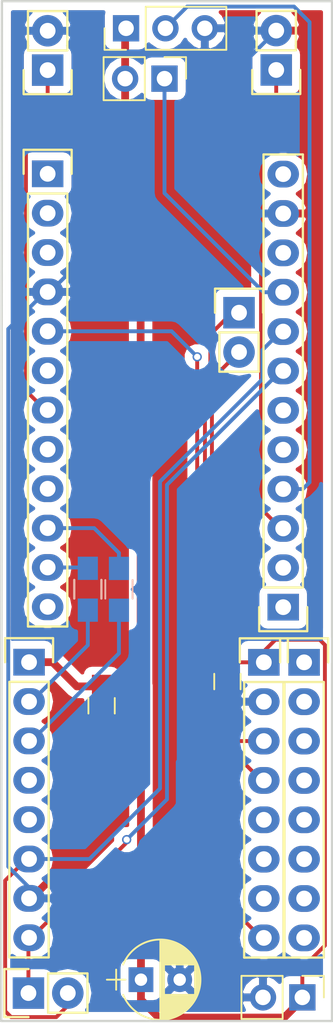
<source format=kicad_pcb>
(kicad_pcb (version 4) (host pcbnew 4.0.6+dfsg1-1)

  (general
    (links 32)
    (no_connects 0)
    (area 72.135 75.566666 101.033334 148.162333)
    (thickness 1.6)
    (drawings 4)
    (tracks 148)
    (zones 0)
    (modules 17)
    (nets 16)
  )

  (page A4)
  (layers
    (0 F.Cu signal)
    (31 B.Cu signal)
    (32 B.Adhes user)
    (33 F.Adhes user)
    (34 B.Paste user)
    (35 F.Paste user)
    (36 B.SilkS user)
    (37 F.SilkS user)
    (38 B.Mask user)
    (39 F.Mask user)
    (40 Dwgs.User user)
    (41 Cmts.User user)
    (42 Eco1.User user)
    (43 Eco2.User user)
    (44 Edge.Cuts user)
    (45 Margin user)
    (46 B.CrtYd user)
    (47 F.CrtYd user)
    (48 B.Fab user)
    (49 F.Fab user)
  )

  (setup
    (last_trace_width 0.5)
    (user_trace_width 0.5)
    (trace_clearance 0.2)
    (zone_clearance 0.508)
    (zone_45_only no)
    (trace_min 0.2)
    (segment_width 0.2)
    (edge_width 0.15)
    (via_size 0.6)
    (via_drill 0.4)
    (via_min_size 0.4)
    (via_min_drill 0.3)
    (uvia_size 0.3)
    (uvia_drill 0.1)
    (uvias_allowed no)
    (uvia_min_size 0.2)
    (uvia_min_drill 0.1)
    (pcb_text_width 0.3)
    (pcb_text_size 1.5 1.5)
    (mod_edge_width 0.15)
    (mod_text_size 1 1)
    (mod_text_width 0.15)
    (pad_size 1.524 1.524)
    (pad_drill 0.762)
    (pad_to_mask_clearance 0.2)
    (aux_axis_origin 0 0)
    (visible_elements FFFFEF7F)
    (pcbplotparams
      (layerselection 0x00030_80000001)
      (usegerberextensions false)
      (excludeedgelayer true)
      (linewidth 0.100000)
      (plotframeref false)
      (viasonmask false)
      (mode 1)
      (useauxorigin false)
      (hpglpennumber 1)
      (hpglpenspeed 20)
      (hpglpendiameter 15)
      (hpglpenoverlay 2)
      (psnegative false)
      (psa4output false)
      (plotreference true)
      (plotvalue true)
      (plotinvisibletext false)
      (padsonsilk false)
      (subtractmaskfromsilk false)
      (outputformat 1)
      (mirror false)
      (drillshape 1)
      (scaleselection 1)
      (outputdirectory ""))
  )

  (net 0 "")
  (net 1 /GND)
  (net 2 "Net-(P1-Pad7)")
  (net 3 "Net-(P1-Pad10)")
  (net 4 "Net-(P1-Pad11)")
  (net 5 "Net-(P10-Pad1)")
  (net 6 /+3.3v)
  (net 7 "Net-(P3-Pad3)")
  (net 8 "Net-(P3-Pad4)")
  (net 9 "Net-(P4-Pad2)")
  (net 10 "Net-(P2-Pad4)")
  (net 11 "Net-(P2-Pad7)")
  (net 12 "Net-(P2-Pad8)")
  (net 13 "Net-(P12-Pad1)")
  (net 14 "Net-(P4-Pad3)")
  (net 15 "Net-(P1-Pad5)")

  (net_class Default "This is the default net class."
    (clearance 0.2)
    (trace_width 0.25)
    (via_dia 0.6)
    (via_drill 0.4)
    (uvia_dia 0.3)
    (uvia_drill 0.1)
    (add_net /+3.3v)
    (add_net /GND)
    (add_net "Net-(P1-Pad10)")
    (add_net "Net-(P1-Pad11)")
    (add_net "Net-(P1-Pad5)")
    (add_net "Net-(P1-Pad7)")
    (add_net "Net-(P10-Pad1)")
    (add_net "Net-(P12-Pad1)")
    (add_net "Net-(P2-Pad4)")
    (add_net "Net-(P2-Pad7)")
    (add_net "Net-(P2-Pad8)")
    (add_net "Net-(P3-Pad3)")
    (add_net "Net-(P3-Pad4)")
    (add_net "Net-(P4-Pad2)")
    (add_net "Net-(P4-Pad3)")
  )

  (module Capacitors_THT:CP_Radial_D5.0mm_P2.50mm (layer F.Cu) (tedit 5A994AAF) (tstamp 5A806280)
    (at 85.471 141.986)
    (descr "CP, Radial series, Radial, pin pitch=2.50mm, , diameter=5mm, Electrolytic Capacitor")
    (tags "CP Radial series Radial pin pitch 2.50mm  diameter 5mm Electrolytic Capacitor")
    (path /5A805FED)
    (fp_text reference C1 (at 1.25 -3.56) (layer F.SilkS) hide
      (effects (font (size 1 1) (thickness 0.15)))
    )
    (fp_text value 470uF (at 1.25 3.56) (layer F.Fab) hide
      (effects (font (size 1 1) (thickness 0.15)))
    )
    (fp_arc (start 1.25 0) (end -1.147436 -0.98) (angle 135.5) (layer F.SilkS) (width 0.12))
    (fp_arc (start 1.25 0) (end -1.147436 0.98) (angle -135.5) (layer F.SilkS) (width 0.12))
    (fp_arc (start 1.25 0) (end 3.647436 -0.98) (angle 44.5) (layer F.SilkS) (width 0.12))
    (fp_circle (center 1.25 0) (end 3.75 0) (layer F.Fab) (width 0.1))
    (fp_line (start -2.2 0) (end -1 0) (layer F.Fab) (width 0.1))
    (fp_line (start -1.6 -0.65) (end -1.6 0.65) (layer F.Fab) (width 0.1))
    (fp_line (start 1.25 -2.55) (end 1.25 2.55) (layer F.SilkS) (width 0.12))
    (fp_line (start 1.29 -2.55) (end 1.29 2.55) (layer F.SilkS) (width 0.12))
    (fp_line (start 1.33 -2.549) (end 1.33 2.549) (layer F.SilkS) (width 0.12))
    (fp_line (start 1.37 -2.548) (end 1.37 2.548) (layer F.SilkS) (width 0.12))
    (fp_line (start 1.41 -2.546) (end 1.41 2.546) (layer F.SilkS) (width 0.12))
    (fp_line (start 1.45 -2.543) (end 1.45 2.543) (layer F.SilkS) (width 0.12))
    (fp_line (start 1.49 -2.539) (end 1.49 2.539) (layer F.SilkS) (width 0.12))
    (fp_line (start 1.53 -2.535) (end 1.53 -0.98) (layer F.SilkS) (width 0.12))
    (fp_line (start 1.53 0.98) (end 1.53 2.535) (layer F.SilkS) (width 0.12))
    (fp_line (start 1.57 -2.531) (end 1.57 -0.98) (layer F.SilkS) (width 0.12))
    (fp_line (start 1.57 0.98) (end 1.57 2.531) (layer F.SilkS) (width 0.12))
    (fp_line (start 1.61 -2.525) (end 1.61 -0.98) (layer F.SilkS) (width 0.12))
    (fp_line (start 1.61 0.98) (end 1.61 2.525) (layer F.SilkS) (width 0.12))
    (fp_line (start 1.65 -2.519) (end 1.65 -0.98) (layer F.SilkS) (width 0.12))
    (fp_line (start 1.65 0.98) (end 1.65 2.519) (layer F.SilkS) (width 0.12))
    (fp_line (start 1.69 -2.513) (end 1.69 -0.98) (layer F.SilkS) (width 0.12))
    (fp_line (start 1.69 0.98) (end 1.69 2.513) (layer F.SilkS) (width 0.12))
    (fp_line (start 1.73 -2.506) (end 1.73 -0.98) (layer F.SilkS) (width 0.12))
    (fp_line (start 1.73 0.98) (end 1.73 2.506) (layer F.SilkS) (width 0.12))
    (fp_line (start 1.77 -2.498) (end 1.77 -0.98) (layer F.SilkS) (width 0.12))
    (fp_line (start 1.77 0.98) (end 1.77 2.498) (layer F.SilkS) (width 0.12))
    (fp_line (start 1.81 -2.489) (end 1.81 -0.98) (layer F.SilkS) (width 0.12))
    (fp_line (start 1.81 0.98) (end 1.81 2.489) (layer F.SilkS) (width 0.12))
    (fp_line (start 1.85 -2.48) (end 1.85 -0.98) (layer F.SilkS) (width 0.12))
    (fp_line (start 1.85 0.98) (end 1.85 2.48) (layer F.SilkS) (width 0.12))
    (fp_line (start 1.89 -2.47) (end 1.89 -0.98) (layer F.SilkS) (width 0.12))
    (fp_line (start 1.89 0.98) (end 1.89 2.47) (layer F.SilkS) (width 0.12))
    (fp_line (start 1.93 -2.46) (end 1.93 -0.98) (layer F.SilkS) (width 0.12))
    (fp_line (start 1.93 0.98) (end 1.93 2.46) (layer F.SilkS) (width 0.12))
    (fp_line (start 1.971 -2.448) (end 1.971 -0.98) (layer F.SilkS) (width 0.12))
    (fp_line (start 1.971 0.98) (end 1.971 2.448) (layer F.SilkS) (width 0.12))
    (fp_line (start 2.011 -2.436) (end 2.011 -0.98) (layer F.SilkS) (width 0.12))
    (fp_line (start 2.011 0.98) (end 2.011 2.436) (layer F.SilkS) (width 0.12))
    (fp_line (start 2.051 -2.424) (end 2.051 -0.98) (layer F.SilkS) (width 0.12))
    (fp_line (start 2.051 0.98) (end 2.051 2.424) (layer F.SilkS) (width 0.12))
    (fp_line (start 2.091 -2.41) (end 2.091 -0.98) (layer F.SilkS) (width 0.12))
    (fp_line (start 2.091 0.98) (end 2.091 2.41) (layer F.SilkS) (width 0.12))
    (fp_line (start 2.131 -2.396) (end 2.131 -0.98) (layer F.SilkS) (width 0.12))
    (fp_line (start 2.131 0.98) (end 2.131 2.396) (layer F.SilkS) (width 0.12))
    (fp_line (start 2.171 -2.382) (end 2.171 -0.98) (layer F.SilkS) (width 0.12))
    (fp_line (start 2.171 0.98) (end 2.171 2.382) (layer F.SilkS) (width 0.12))
    (fp_line (start 2.211 -2.366) (end 2.211 -0.98) (layer F.SilkS) (width 0.12))
    (fp_line (start 2.211 0.98) (end 2.211 2.366) (layer F.SilkS) (width 0.12))
    (fp_line (start 2.251 -2.35) (end 2.251 -0.98) (layer F.SilkS) (width 0.12))
    (fp_line (start 2.251 0.98) (end 2.251 2.35) (layer F.SilkS) (width 0.12))
    (fp_line (start 2.291 -2.333) (end 2.291 -0.98) (layer F.SilkS) (width 0.12))
    (fp_line (start 2.291 0.98) (end 2.291 2.333) (layer F.SilkS) (width 0.12))
    (fp_line (start 2.331 -2.315) (end 2.331 -0.98) (layer F.SilkS) (width 0.12))
    (fp_line (start 2.331 0.98) (end 2.331 2.315) (layer F.SilkS) (width 0.12))
    (fp_line (start 2.371 -2.296) (end 2.371 -0.98) (layer F.SilkS) (width 0.12))
    (fp_line (start 2.371 0.98) (end 2.371 2.296) (layer F.SilkS) (width 0.12))
    (fp_line (start 2.411 -2.276) (end 2.411 -0.98) (layer F.SilkS) (width 0.12))
    (fp_line (start 2.411 0.98) (end 2.411 2.276) (layer F.SilkS) (width 0.12))
    (fp_line (start 2.451 -2.256) (end 2.451 -0.98) (layer F.SilkS) (width 0.12))
    (fp_line (start 2.451 0.98) (end 2.451 2.256) (layer F.SilkS) (width 0.12))
    (fp_line (start 2.491 -2.234) (end 2.491 -0.98) (layer F.SilkS) (width 0.12))
    (fp_line (start 2.491 0.98) (end 2.491 2.234) (layer F.SilkS) (width 0.12))
    (fp_line (start 2.531 -2.212) (end 2.531 -0.98) (layer F.SilkS) (width 0.12))
    (fp_line (start 2.531 0.98) (end 2.531 2.212) (layer F.SilkS) (width 0.12))
    (fp_line (start 2.571 -2.189) (end 2.571 -0.98) (layer F.SilkS) (width 0.12))
    (fp_line (start 2.571 0.98) (end 2.571 2.189) (layer F.SilkS) (width 0.12))
    (fp_line (start 2.611 -2.165) (end 2.611 -0.98) (layer F.SilkS) (width 0.12))
    (fp_line (start 2.611 0.98) (end 2.611 2.165) (layer F.SilkS) (width 0.12))
    (fp_line (start 2.651 -2.14) (end 2.651 -0.98) (layer F.SilkS) (width 0.12))
    (fp_line (start 2.651 0.98) (end 2.651 2.14) (layer F.SilkS) (width 0.12))
    (fp_line (start 2.691 -2.113) (end 2.691 -0.98) (layer F.SilkS) (width 0.12))
    (fp_line (start 2.691 0.98) (end 2.691 2.113) (layer F.SilkS) (width 0.12))
    (fp_line (start 2.731 -2.086) (end 2.731 -0.98) (layer F.SilkS) (width 0.12))
    (fp_line (start 2.731 0.98) (end 2.731 2.086) (layer F.SilkS) (width 0.12))
    (fp_line (start 2.771 -2.058) (end 2.771 -0.98) (layer F.SilkS) (width 0.12))
    (fp_line (start 2.771 0.98) (end 2.771 2.058) (layer F.SilkS) (width 0.12))
    (fp_line (start 2.811 -2.028) (end 2.811 -0.98) (layer F.SilkS) (width 0.12))
    (fp_line (start 2.811 0.98) (end 2.811 2.028) (layer F.SilkS) (width 0.12))
    (fp_line (start 2.851 -1.997) (end 2.851 -0.98) (layer F.SilkS) (width 0.12))
    (fp_line (start 2.851 0.98) (end 2.851 1.997) (layer F.SilkS) (width 0.12))
    (fp_line (start 2.891 -1.965) (end 2.891 -0.98) (layer F.SilkS) (width 0.12))
    (fp_line (start 2.891 0.98) (end 2.891 1.965) (layer F.SilkS) (width 0.12))
    (fp_line (start 2.931 -1.932) (end 2.931 -0.98) (layer F.SilkS) (width 0.12))
    (fp_line (start 2.931 0.98) (end 2.931 1.932) (layer F.SilkS) (width 0.12))
    (fp_line (start 2.971 -1.897) (end 2.971 -0.98) (layer F.SilkS) (width 0.12))
    (fp_line (start 2.971 0.98) (end 2.971 1.897) (layer F.SilkS) (width 0.12))
    (fp_line (start 3.011 -1.861) (end 3.011 -0.98) (layer F.SilkS) (width 0.12))
    (fp_line (start 3.011 0.98) (end 3.011 1.861) (layer F.SilkS) (width 0.12))
    (fp_line (start 3.051 -1.823) (end 3.051 -0.98) (layer F.SilkS) (width 0.12))
    (fp_line (start 3.051 0.98) (end 3.051 1.823) (layer F.SilkS) (width 0.12))
    (fp_line (start 3.091 -1.783) (end 3.091 -0.98) (layer F.SilkS) (width 0.12))
    (fp_line (start 3.091 0.98) (end 3.091 1.783) (layer F.SilkS) (width 0.12))
    (fp_line (start 3.131 -1.742) (end 3.131 -0.98) (layer F.SilkS) (width 0.12))
    (fp_line (start 3.131 0.98) (end 3.131 1.742) (layer F.SilkS) (width 0.12))
    (fp_line (start 3.171 -1.699) (end 3.171 -0.98) (layer F.SilkS) (width 0.12))
    (fp_line (start 3.171 0.98) (end 3.171 1.699) (layer F.SilkS) (width 0.12))
    (fp_line (start 3.211 -1.654) (end 3.211 -0.98) (layer F.SilkS) (width 0.12))
    (fp_line (start 3.211 0.98) (end 3.211 1.654) (layer F.SilkS) (width 0.12))
    (fp_line (start 3.251 -1.606) (end 3.251 -0.98) (layer F.SilkS) (width 0.12))
    (fp_line (start 3.251 0.98) (end 3.251 1.606) (layer F.SilkS) (width 0.12))
    (fp_line (start 3.291 -1.556) (end 3.291 -0.98) (layer F.SilkS) (width 0.12))
    (fp_line (start 3.291 0.98) (end 3.291 1.556) (layer F.SilkS) (width 0.12))
    (fp_line (start 3.331 -1.504) (end 3.331 -0.98) (layer F.SilkS) (width 0.12))
    (fp_line (start 3.331 0.98) (end 3.331 1.504) (layer F.SilkS) (width 0.12))
    (fp_line (start 3.371 -1.448) (end 3.371 -0.98) (layer F.SilkS) (width 0.12))
    (fp_line (start 3.371 0.98) (end 3.371 1.448) (layer F.SilkS) (width 0.12))
    (fp_line (start 3.411 -1.39) (end 3.411 -0.98) (layer F.SilkS) (width 0.12))
    (fp_line (start 3.411 0.98) (end 3.411 1.39) (layer F.SilkS) (width 0.12))
    (fp_line (start 3.451 -1.327) (end 3.451 -0.98) (layer F.SilkS) (width 0.12))
    (fp_line (start 3.451 0.98) (end 3.451 1.327) (layer F.SilkS) (width 0.12))
    (fp_line (start 3.491 -1.261) (end 3.491 1.261) (layer F.SilkS) (width 0.12))
    (fp_line (start 3.531 -1.189) (end 3.531 1.189) (layer F.SilkS) (width 0.12))
    (fp_line (start 3.571 -1.112) (end 3.571 1.112) (layer F.SilkS) (width 0.12))
    (fp_line (start 3.611 -1.028) (end 3.611 1.028) (layer F.SilkS) (width 0.12))
    (fp_line (start 3.651 -0.934) (end 3.651 0.934) (layer F.SilkS) (width 0.12))
    (fp_line (start 3.691 -0.829) (end 3.691 0.829) (layer F.SilkS) (width 0.12))
    (fp_line (start 3.731 -0.707) (end 3.731 0.707) (layer F.SilkS) (width 0.12))
    (fp_line (start 3.771 -0.559) (end 3.771 0.559) (layer F.SilkS) (width 0.12))
    (fp_line (start 3.811 -0.354) (end 3.811 0.354) (layer F.SilkS) (width 0.12))
    (fp_line (start -2.2 0) (end -1 0) (layer F.SilkS) (width 0.12))
    (fp_line (start -1.6 -0.65) (end -1.6 0.65) (layer F.SilkS) (width 0.12))
    (fp_line (start -1.6 -2.85) (end -1.6 2.85) (layer F.CrtYd) (width 0.05))
    (fp_line (start -1.6 2.85) (end 4.1 2.85) (layer F.CrtYd) (width 0.05))
    (fp_line (start 4.1 2.85) (end 4.1 -2.85) (layer F.CrtYd) (width 0.05))
    (fp_line (start 4.1 -2.85) (end -1.6 -2.85) (layer F.CrtYd) (width 0.05))
    (pad 1 thru_hole rect (at 0 0) (size 1.6 1.6) (drill 0.8) (layers *.Cu *.Mask)
      (net 6 /+3.3v))
    (pad 2 thru_hole circle (at 2.5 0) (size 1.6 1.6) (drill 0.8) (layers *.Cu *.Mask)
      (net 1 /GND))
    (model Capacitors_THT.3dshapes/CP_Radial_D5.0mm_P2.50mm.wrl
      (at (xyz 0 0 0))
      (scale (xyz 0.393701 0.393701 0.393701))
      (rotate (xyz 0 0 0))
    )
  )

  (module Pin_Headers:Pin_Header_Straight_1x08 (layer F.Cu) (tedit 5A994A9F) (tstamp 5A65190F)
    (at 93.4 121.51)
    (descr "Through hole pin header")
    (tags "pin header")
    (path /5A64EEAD)
    (fp_text reference P3 (at 0 -5.1) (layer F.SilkS) hide
      (effects (font (size 1 1) (thickness 0.15)))
    )
    (fp_text value CONN_01X08 (at 0 -3.1) (layer F.Fab) hide
      (effects (font (size 1 1) (thickness 0.15)))
    )
    (fp_line (start -1.75 -1.75) (end -1.75 19.55) (layer F.CrtYd) (width 0.05))
    (fp_line (start 1.75 -1.75) (end 1.75 19.55) (layer F.CrtYd) (width 0.05))
    (fp_line (start -1.75 -1.75) (end 1.75 -1.75) (layer F.CrtYd) (width 0.05))
    (fp_line (start -1.75 19.55) (end 1.75 19.55) (layer F.CrtYd) (width 0.05))
    (fp_line (start 1.27 1.27) (end 1.27 19.05) (layer F.SilkS) (width 0.15))
    (fp_line (start 1.27 19.05) (end -1.27 19.05) (layer F.SilkS) (width 0.15))
    (fp_line (start -1.27 19.05) (end -1.27 1.27) (layer F.SilkS) (width 0.15))
    (fp_line (start 1.55 -1.55) (end 1.55 0) (layer F.SilkS) (width 0.15))
    (fp_line (start 1.27 1.27) (end -1.27 1.27) (layer F.SilkS) (width 0.15))
    (fp_line (start -1.55 0) (end -1.55 -1.55) (layer F.SilkS) (width 0.15))
    (fp_line (start -1.55 -1.55) (end 1.55 -1.55) (layer F.SilkS) (width 0.15))
    (pad 1 thru_hole rect (at 0 0) (size 2.032 1.7272) (drill 1.016) (layers *.Cu *.Mask)
      (net 6 /+3.3v))
    (pad 2 thru_hole oval (at 0 2.54) (size 2.032 1.7272) (drill 1.016) (layers *.Cu *.Mask)
      (net 1 /GND))
    (pad 3 thru_hole oval (at 0 5.08) (size 2.032 1.7272) (drill 1.016) (layers *.Cu *.Mask)
      (net 7 "Net-(P3-Pad3)"))
    (pad 4 thru_hole oval (at 0 7.62) (size 2.032 1.7272) (drill 1.016) (layers *.Cu *.Mask)
      (net 8 "Net-(P3-Pad4)"))
    (pad 5 thru_hole oval (at 0 10.16) (size 2.032 1.7272) (drill 1.016) (layers *.Cu *.Mask))
    (pad 6 thru_hole oval (at 0 12.7) (size 2.032 1.7272) (drill 1.016) (layers *.Cu *.Mask))
    (pad 7 thru_hole oval (at 0 15.24) (size 2.032 1.7272) (drill 1.016) (layers *.Cu *.Mask))
    (pad 8 thru_hole oval (at 0 17.78) (size 2.032 1.7272) (drill 1.016) (layers *.Cu *.Mask)
      (net 15 "Net-(P1-Pad5)"))
    (model Pin_Headers.3dshapes/Pin_Header_Straight_1x08.wrl
      (at (xyz 0 -0.35 0))
      (scale (xyz 1 1 1))
      (rotate (xyz 0 0 90))
    )
  )

  (module Pin_Headers:Pin_Header_Straight_1x08 (layer F.Cu) (tedit 5A994AA2) (tstamp 5A65191B)
    (at 78.25 121.5)
    (descr "Through hole pin header")
    (tags "pin header")
    (path /5A64F16E)
    (fp_text reference P4 (at 0 -5.1) (layer F.SilkS) hide
      (effects (font (size 1 1) (thickness 0.15)))
    )
    (fp_text value CONN_01X08 (at 0 -3.1) (layer F.Fab) hide
      (effects (font (size 1 1) (thickness 0.15)))
    )
    (fp_line (start -1.75 -1.75) (end -1.75 19.55) (layer F.CrtYd) (width 0.05))
    (fp_line (start 1.75 -1.75) (end 1.75 19.55) (layer F.CrtYd) (width 0.05))
    (fp_line (start -1.75 -1.75) (end 1.75 -1.75) (layer F.CrtYd) (width 0.05))
    (fp_line (start -1.75 19.55) (end 1.75 19.55) (layer F.CrtYd) (width 0.05))
    (fp_line (start 1.27 1.27) (end 1.27 19.05) (layer F.SilkS) (width 0.15))
    (fp_line (start 1.27 19.05) (end -1.27 19.05) (layer F.SilkS) (width 0.15))
    (fp_line (start -1.27 19.05) (end -1.27 1.27) (layer F.SilkS) (width 0.15))
    (fp_line (start 1.55 -1.55) (end 1.55 0) (layer F.SilkS) (width 0.15))
    (fp_line (start 1.27 1.27) (end -1.27 1.27) (layer F.SilkS) (width 0.15))
    (fp_line (start -1.55 0) (end -1.55 -1.55) (layer F.SilkS) (width 0.15))
    (fp_line (start -1.55 -1.55) (end 1.55 -1.55) (layer F.SilkS) (width 0.15))
    (pad 1 thru_hole rect (at 0 0) (size 2.032 1.7272) (drill 1.016) (layers *.Cu *.Mask)
      (net 6 /+3.3v))
    (pad 2 thru_hole oval (at 0 2.54) (size 2.032 1.7272) (drill 1.016) (layers *.Cu *.Mask)
      (net 9 "Net-(P4-Pad2)"))
    (pad 3 thru_hole oval (at 0 5.08) (size 2.032 1.7272) (drill 1.016) (layers *.Cu *.Mask)
      (net 14 "Net-(P4-Pad3)"))
    (pad 4 thru_hole oval (at 0 7.62) (size 2.032 1.7272) (drill 1.016) (layers *.Cu *.Mask))
    (pad 5 thru_hole oval (at 0 10.16) (size 2.032 1.7272) (drill 1.016) (layers *.Cu *.Mask))
    (pad 6 thru_hole oval (at 0 12.7) (size 2.032 1.7272) (drill 1.016) (layers *.Cu *.Mask)
      (net 12 "Net-(P2-Pad8)"))
    (pad 7 thru_hole oval (at 0 15.24) (size 2.032 1.7272) (drill 1.016) (layers *.Cu *.Mask)
      (net 1 /GND))
    (pad 8 thru_hole oval (at 0 17.78) (size 2.032 1.7272) (drill 1.016) (layers *.Cu *.Mask)
      (net 11 "Net-(P2-Pad7)"))
    (model Pin_Headers.3dshapes/Pin_Header_Straight_1x08.wrl
      (at (xyz 0 -0.35 0))
      (scale (xyz 1 1 1))
      (rotate (xyz 0 0 90))
    )
  )

  (module Pin_Headers:Pin_Header_Straight_1x12 (layer F.Cu) (tedit 5A994A9A) (tstamp 5A651903)
    (at 94.65 117.95 180)
    (descr "Through hole pin header")
    (tags "pin header")
    (path /5A64EDD0)
    (fp_text reference P2 (at 4.1 -0.6 180) (layer F.SilkS) hide
      (effects (font (size 1 1) (thickness 0.15)))
    )
    (fp_text value CONN_01X12 (at 0 -3.1 180) (layer F.Fab) hide
      (effects (font (size 1 1) (thickness 0.15)))
    )
    (fp_line (start -1.75 -1.75) (end -1.75 29.7) (layer F.CrtYd) (width 0.05))
    (fp_line (start 1.75 -1.75) (end 1.75 29.7) (layer F.CrtYd) (width 0.05))
    (fp_line (start -1.75 -1.75) (end 1.75 -1.75) (layer F.CrtYd) (width 0.05))
    (fp_line (start -1.75 29.7) (end 1.75 29.7) (layer F.CrtYd) (width 0.05))
    (fp_line (start 1.27 1.27) (end 1.27 29.21) (layer F.SilkS) (width 0.15))
    (fp_line (start 1.27 29.21) (end -1.27 29.21) (layer F.SilkS) (width 0.15))
    (fp_line (start -1.27 29.21) (end -1.27 1.27) (layer F.SilkS) (width 0.15))
    (fp_line (start 1.55 -1.55) (end 1.55 0) (layer F.SilkS) (width 0.15))
    (fp_line (start 1.27 1.27) (end -1.27 1.27) (layer F.SilkS) (width 0.15))
    (fp_line (start -1.55 0) (end -1.55 -1.55) (layer F.SilkS) (width 0.15))
    (fp_line (start -1.55 -1.55) (end 1.55 -1.55) (layer F.SilkS) (width 0.15))
    (pad 1 thru_hole rect (at 0 0 180) (size 2.032 1.7272) (drill 1.016) (layers *.Cu *.Mask))
    (pad 2 thru_hole oval (at 0 2.54 180) (size 2.032 1.7272) (drill 1.016) (layers *.Cu *.Mask))
    (pad 3 thru_hole oval (at 0 5.08 180) (size 2.032 1.7272) (drill 1.016) (layers *.Cu *.Mask)
      (net 5 "Net-(P10-Pad1)"))
    (pad 4 thru_hole oval (at 0 7.62 180) (size 2.032 1.7272) (drill 1.016) (layers *.Cu *.Mask)
      (net 10 "Net-(P2-Pad4)"))
    (pad 5 thru_hole oval (at 0 10.16 180) (size 2.032 1.7272) (drill 1.016) (layers *.Cu *.Mask))
    (pad 6 thru_hole oval (at 0 12.7 180) (size 2.032 1.7272) (drill 1.016) (layers *.Cu *.Mask))
    (pad 7 thru_hole oval (at 0 15.24 180) (size 2.032 1.7272) (drill 1.016) (layers *.Cu *.Mask)
      (net 11 "Net-(P2-Pad7)"))
    (pad 8 thru_hole oval (at 0 17.78 180) (size 2.032 1.7272) (drill 1.016) (layers *.Cu *.Mask)
      (net 12 "Net-(P2-Pad8)"))
    (pad 9 thru_hole oval (at 0 20.32 180) (size 2.032 1.7272) (drill 1.016) (layers *.Cu *.Mask)
      (net 13 "Net-(P12-Pad1)"))
    (pad 10 thru_hole oval (at 0 22.86 180) (size 2.032 1.7272) (drill 1.016) (layers *.Cu *.Mask))
    (pad 11 thru_hole oval (at 0 25.4 180) (size 2.032 1.7272) (drill 1.016) (layers *.Cu *.Mask)
      (net 1 /GND))
    (pad 12 thru_hole oval (at 0 27.94 180) (size 2.032 1.7272) (drill 1.016) (layers *.Cu *.Mask))
    (model Pin_Headers.3dshapes/Pin_Header_Straight_1x12.wrl
      (at (xyz 0 -0.55 0))
      (scale (xyz 1 1 1))
      (rotate (xyz 0 0 90))
    )
  )

  (module Pin_Headers:Pin_Header_Straight_1x12 (layer F.Cu) (tedit 5A994AE2) (tstamp 5A6518F3)
    (at 79.45 89.99)
    (descr "Through hole pin header")
    (tags "pin header")
    (path /5A64ECCD)
    (fp_text reference P1 (at -3.05 0.11) (layer F.SilkS) hide
      (effects (font (size 1 1) (thickness 0.15)))
    )
    (fp_text value CONN_01X12 (at 0 -3.1) (layer F.Fab) hide
      (effects (font (size 1 1) (thickness 0.15)))
    )
    (fp_line (start -1.75 -1.75) (end -1.75 29.7) (layer F.CrtYd) (width 0.05))
    (fp_line (start 1.75 -1.75) (end 1.75 29.7) (layer F.CrtYd) (width 0.05))
    (fp_line (start -1.75 -1.75) (end 1.75 -1.75) (layer F.CrtYd) (width 0.05))
    (fp_line (start -1.75 29.7) (end 1.75 29.7) (layer F.CrtYd) (width 0.05))
    (fp_line (start 1.27 1.27) (end 1.27 29.21) (layer F.SilkS) (width 0.15))
    (fp_line (start 1.27 29.21) (end -1.27 29.21) (layer F.SilkS) (width 0.15))
    (fp_line (start -1.27 29.21) (end -1.27 1.27) (layer F.SilkS) (width 0.15))
    (fp_line (start 1.55 -1.55) (end 1.55 0) (layer F.SilkS) (width 0.15))
    (fp_line (start 1.27 1.27) (end -1.27 1.27) (layer F.SilkS) (width 0.15))
    (fp_line (start -1.55 0) (end -1.55 -1.55) (layer F.SilkS) (width 0.15))
    (fp_line (start -1.55 -1.55) (end 1.55 -1.55) (layer F.SilkS) (width 0.15))
    (pad 1 thru_hole rect (at 0 0) (size 2.032 1.7272) (drill 1.016) (layers *.Cu *.Mask))
    (pad 2 thru_hole oval (at 0 2.54) (size 2.032 1.7272) (drill 1.016) (layers *.Cu *.Mask))
    (pad 3 thru_hole oval (at 0 5.08) (size 2.032 1.7272) (drill 1.016) (layers *.Cu *.Mask))
    (pad 4 thru_hole oval (at 0 7.62) (size 2.032 1.7272) (drill 1.016) (layers *.Cu *.Mask)
      (net 1 /GND))
    (pad 5 thru_hole oval (at 0 10.16) (size 2.032 1.7272) (drill 1.016) (layers *.Cu *.Mask)
      (net 15 "Net-(P1-Pad5)"))
    (pad 6 thru_hole oval (at 0 12.7) (size 2.032 1.7272) (drill 1.016) (layers *.Cu *.Mask))
    (pad 7 thru_hole oval (at 0 15.24) (size 2.032 1.7272) (drill 1.016) (layers *.Cu *.Mask)
      (net 2 "Net-(P1-Pad7)"))
    (pad 8 thru_hole oval (at 0 17.78) (size 2.032 1.7272) (drill 1.016) (layers *.Cu *.Mask))
    (pad 9 thru_hole oval (at 0 20.32) (size 2.032 1.7272) (drill 1.016) (layers *.Cu *.Mask))
    (pad 10 thru_hole oval (at 0 22.86) (size 2.032 1.7272) (drill 1.016) (layers *.Cu *.Mask)
      (net 3 "Net-(P1-Pad10)"))
    (pad 11 thru_hole oval (at 0 25.4) (size 2.032 1.7272) (drill 1.016) (layers *.Cu *.Mask)
      (net 4 "Net-(P1-Pad11)"))
    (pad 12 thru_hole oval (at 0 27.94) (size 2.032 1.7272) (drill 1.016) (layers *.Cu *.Mask))
    (model Pin_Headers.3dshapes/Pin_Header_Straight_1x12.wrl
      (at (xyz 0 -0.55 0))
      (scale (xyz 1 1 1))
      (rotate (xyz 0 0 90))
    )
  )

  (module Pin_Headers:Pin_Header_Straight_1x08 (layer F.Cu) (tedit 5A994A9C) (tstamp 5A651927)
    (at 96 121.51)
    (descr "Through hole pin header")
    (tags "pin header")
    (path /5A64F28D)
    (fp_text reference P5 (at 0 -5.1) (layer F.SilkS) hide
      (effects (font (size 1 1) (thickness 0.15)))
    )
    (fp_text value CONN_01X08 (at 0 -3.1) (layer F.Fab) hide
      (effects (font (size 1 1) (thickness 0.15)))
    )
    (fp_line (start -1.75 -1.75) (end -1.75 19.55) (layer F.CrtYd) (width 0.05))
    (fp_line (start 1.75 -1.75) (end 1.75 19.55) (layer F.CrtYd) (width 0.05))
    (fp_line (start -1.75 -1.75) (end 1.75 -1.75) (layer F.CrtYd) (width 0.05))
    (fp_line (start -1.75 19.55) (end 1.75 19.55) (layer F.CrtYd) (width 0.05))
    (fp_line (start 1.27 1.27) (end 1.27 19.05) (layer F.SilkS) (width 0.15))
    (fp_line (start 1.27 19.05) (end -1.27 19.05) (layer F.SilkS) (width 0.15))
    (fp_line (start -1.27 19.05) (end -1.27 1.27) (layer F.SilkS) (width 0.15))
    (fp_line (start 1.55 -1.55) (end 1.55 0) (layer F.SilkS) (width 0.15))
    (fp_line (start 1.27 1.27) (end -1.27 1.27) (layer F.SilkS) (width 0.15))
    (fp_line (start -1.55 0) (end -1.55 -1.55) (layer F.SilkS) (width 0.15))
    (fp_line (start -1.55 -1.55) (end 1.55 -1.55) (layer F.SilkS) (width 0.15))
    (pad 1 thru_hole rect (at 0 0) (size 2.032 1.7272) (drill 1.016) (layers *.Cu *.Mask))
    (pad 2 thru_hole oval (at 0 2.54) (size 2.032 1.7272) (drill 1.016) (layers *.Cu *.Mask))
    (pad 3 thru_hole oval (at 0 5.08) (size 2.032 1.7272) (drill 1.016) (layers *.Cu *.Mask))
    (pad 4 thru_hole oval (at 0 7.62) (size 2.032 1.7272) (drill 1.016) (layers *.Cu *.Mask))
    (pad 5 thru_hole oval (at 0 10.16) (size 2.032 1.7272) (drill 1.016) (layers *.Cu *.Mask))
    (pad 6 thru_hole oval (at 0 12.7) (size 2.032 1.7272) (drill 1.016) (layers *.Cu *.Mask))
    (pad 7 thru_hole oval (at 0 15.24) (size 2.032 1.7272) (drill 1.016) (layers *.Cu *.Mask))
    (pad 8 thru_hole oval (at 0 17.78) (size 2.032 1.7272) (drill 1.016) (layers *.Cu *.Mask))
    (model Pin_Headers.3dshapes/Pin_Header_Straight_1x08.wrl
      (at (xyz 0 -0.35 0))
      (scale (xyz 1 1 1))
      (rotate (xyz 0 0 90))
    )
  )

  (module Pin_Headers:Pin_Header_Straight_1x02 (layer F.Cu) (tedit 5A994A67) (tstamp 5A65192D)
    (at 78.21 142.85 90)
    (descr "Through hole pin header")
    (tags "pin header")
    (path /5A64F6B0)
    (fp_text reference P6 (at 0 -5.1 90) (layer F.SilkS) hide
      (effects (font (size 1 1) (thickness 0.15)))
    )
    (fp_text value CONN_01X02 (at 0 -3.1 90) (layer F.Fab) hide
      (effects (font (size 1 1) (thickness 0.15)))
    )
    (fp_line (start 1.27 1.27) (end 1.27 3.81) (layer F.SilkS) (width 0.15))
    (fp_line (start 1.55 -1.55) (end 1.55 0) (layer F.SilkS) (width 0.15))
    (fp_line (start -1.75 -1.75) (end -1.75 4.3) (layer F.CrtYd) (width 0.05))
    (fp_line (start 1.75 -1.75) (end 1.75 4.3) (layer F.CrtYd) (width 0.05))
    (fp_line (start -1.75 -1.75) (end 1.75 -1.75) (layer F.CrtYd) (width 0.05))
    (fp_line (start -1.75 4.3) (end 1.75 4.3) (layer F.CrtYd) (width 0.05))
    (fp_line (start 1.27 1.27) (end -1.27 1.27) (layer F.SilkS) (width 0.15))
    (fp_line (start -1.55 0) (end -1.55 -1.55) (layer F.SilkS) (width 0.15))
    (fp_line (start -1.55 -1.55) (end 1.55 -1.55) (layer F.SilkS) (width 0.15))
    (fp_line (start -1.27 1.27) (end -1.27 3.81) (layer F.SilkS) (width 0.15))
    (fp_line (start -1.27 3.81) (end 1.27 3.81) (layer F.SilkS) (width 0.15))
    (pad 1 thru_hole rect (at 0 0 90) (size 2.032 2.032) (drill 1.016) (layers *.Cu *.Mask)
      (net 11 "Net-(P2-Pad7)"))
    (pad 2 thru_hole oval (at 0 2.54 90) (size 2.032 2.032) (drill 1.016) (layers *.Cu *.Mask)
      (net 12 "Net-(P2-Pad8)"))
    (model Pin_Headers.3dshapes/Pin_Header_Straight_1x02.wrl
      (at (xyz 0 -0.05 0))
      (scale (xyz 1 1 1))
      (rotate (xyz 0 0 90))
    )
  )

  (module Pin_Headers:Pin_Header_Straight_1x02 (layer F.Cu) (tedit 5A994AB5) (tstamp 5A65193B)
    (at 91.8 98.95)
    (descr "Through hole pin header")
    (tags "pin header")
    (path /5A64F86B)
    (fp_text reference P8 (at -3.25 0) (layer F.SilkS) hide
      (effects (font (size 1 1) (thickness 0.15)))
    )
    (fp_text value CONN_01X02 (at 0 -3.1) (layer F.Fab) hide
      (effects (font (size 1 1) (thickness 0.15)))
    )
    (fp_line (start 1.27 1.27) (end 1.27 3.81) (layer F.SilkS) (width 0.15))
    (fp_line (start 1.55 -1.55) (end 1.55 0) (layer F.SilkS) (width 0.15))
    (fp_line (start -1.75 -1.75) (end -1.75 4.3) (layer F.CrtYd) (width 0.05))
    (fp_line (start 1.75 -1.75) (end 1.75 4.3) (layer F.CrtYd) (width 0.05))
    (fp_line (start -1.75 -1.75) (end 1.75 -1.75) (layer F.CrtYd) (width 0.05))
    (fp_line (start -1.75 4.3) (end 1.75 4.3) (layer F.CrtYd) (width 0.05))
    (fp_line (start 1.27 1.27) (end -1.27 1.27) (layer F.SilkS) (width 0.15))
    (fp_line (start -1.55 0) (end -1.55 -1.55) (layer F.SilkS) (width 0.15))
    (fp_line (start -1.55 -1.55) (end 1.55 -1.55) (layer F.SilkS) (width 0.15))
    (fp_line (start -1.27 1.27) (end -1.27 3.81) (layer F.SilkS) (width 0.15))
    (fp_line (start -1.27 3.81) (end 1.27 3.81) (layer F.SilkS) (width 0.15))
    (pad 1 thru_hole rect (at 0 0) (size 2.032 2.032) (drill 1.016) (layers *.Cu *.Mask)
      (net 8 "Net-(P3-Pad4)"))
    (pad 2 thru_hole oval (at 0 2.54) (size 2.032 2.032) (drill 1.016) (layers *.Cu *.Mask)
      (net 7 "Net-(P3-Pad3)"))
    (model Pin_Headers.3dshapes/Pin_Header_Straight_1x02.wrl
      (at (xyz 0 -0.05 0))
      (scale (xyz 1 1 1))
      (rotate (xyz 0 0 90))
    )
  )

  (module Pin_Headers:Pin_Header_Straight_1x02 (layer F.Cu) (tedit 5A994AE4) (tstamp 5A651941)
    (at 79.45 83.3 180)
    (descr "Through hole pin header")
    (tags "pin header")
    (path /5A652C42)
    (fp_text reference P9 (at 3.45 1.25 180) (layer F.SilkS) hide
      (effects (font (size 1 1) (thickness 0.15)))
    )
    (fp_text value CONN_01X02 (at 0 -3.1 180) (layer F.Fab) hide
      (effects (font (size 1 1) (thickness 0.15)))
    )
    (fp_line (start 1.27 1.27) (end 1.27 3.81) (layer F.SilkS) (width 0.15))
    (fp_line (start 1.55 -1.55) (end 1.55 0) (layer F.SilkS) (width 0.15))
    (fp_line (start -1.75 -1.75) (end -1.75 4.3) (layer F.CrtYd) (width 0.05))
    (fp_line (start 1.75 -1.75) (end 1.75 4.3) (layer F.CrtYd) (width 0.05))
    (fp_line (start -1.75 -1.75) (end 1.75 -1.75) (layer F.CrtYd) (width 0.05))
    (fp_line (start -1.75 4.3) (end 1.75 4.3) (layer F.CrtYd) (width 0.05))
    (fp_line (start 1.27 1.27) (end -1.27 1.27) (layer F.SilkS) (width 0.15))
    (fp_line (start -1.55 0) (end -1.55 -1.55) (layer F.SilkS) (width 0.15))
    (fp_line (start -1.55 -1.55) (end 1.55 -1.55) (layer F.SilkS) (width 0.15))
    (fp_line (start -1.27 1.27) (end -1.27 3.81) (layer F.SilkS) (width 0.15))
    (fp_line (start -1.27 3.81) (end 1.27 3.81) (layer F.SilkS) (width 0.15))
    (pad 1 thru_hole rect (at 0 0 180) (size 2.032 2.032) (drill 1.016) (layers *.Cu *.Mask)
      (net 2 "Net-(P1-Pad7)"))
    (pad 2 thru_hole oval (at 0 2.54 180) (size 2.032 2.032) (drill 1.016) (layers *.Cu *.Mask)
      (net 1 /GND))
    (model Pin_Headers.3dshapes/Pin_Header_Straight_1x02.wrl
      (at (xyz 0 -0.05 0))
      (scale (xyz 1 1 1))
      (rotate (xyz 0 0 90))
    )
  )

  (module Pin_Headers:Pin_Header_Straight_1x02 (layer F.Cu) (tedit 5A994C9E) (tstamp 5A651947)
    (at 94.2 83.29 180)
    (descr "Through hole pin header")
    (tags "pin header")
    (path /5A652D16)
    (fp_text reference P10 (at -3.4 0.04 180) (layer F.SilkS) hide
      (effects (font (size 1 1) (thickness 0.15)))
    )
    (fp_text value CONN_01X02 (at 0 -3.1 180) (layer F.Fab) hide
      (effects (font (size 1 1) (thickness 0.15)))
    )
    (fp_line (start 1.27 1.27) (end 1.27 3.81) (layer F.SilkS) (width 0.15))
    (fp_line (start 1.55 -1.55) (end 1.55 0) (layer F.SilkS) (width 0.15))
    (fp_line (start -1.75 -1.75) (end -1.75 4.3) (layer F.CrtYd) (width 0.05))
    (fp_line (start 1.75 -1.75) (end 1.75 4.3) (layer F.CrtYd) (width 0.05))
    (fp_line (start -1.75 -1.75) (end 1.75 -1.75) (layer F.CrtYd) (width 0.05))
    (fp_line (start -1.75 4.3) (end 1.75 4.3) (layer F.CrtYd) (width 0.05))
    (fp_line (start 1.27 1.27) (end -1.27 1.27) (layer F.SilkS) (width 0.15))
    (fp_line (start -1.55 0) (end -1.55 -1.55) (layer F.SilkS) (width 0.15))
    (fp_line (start -1.55 -1.55) (end 1.55 -1.55) (layer F.SilkS) (width 0.15))
    (fp_line (start -1.27 1.27) (end -1.27 3.81) (layer F.SilkS) (width 0.15))
    (fp_line (start -1.27 3.81) (end 1.27 3.81) (layer F.SilkS) (width 0.15))
    (pad 1 thru_hole rect (at 0 0 180) (size 2.032 2.032) (drill 1.016) (layers *.Cu *.Mask)
      (net 5 "Net-(P10-Pad1)"))
    (pad 2 thru_hole oval (at 0 2.54 180) (size 2.032 2.032) (drill 1.016) (layers *.Cu *.Mask)
      (net 1 /GND))
    (model Pin_Headers.3dshapes/Pin_Header_Straight_1x02.wrl
      (at (xyz 0 -0.05 0))
      (scale (xyz 1 1 1))
      (rotate (xyz 0 0 90))
    )
  )

  (module Resistors_SMD:R_0805_HandSoldering (layer B.Cu) (tedit 5A994AA5) (tstamp 5A651962)
    (at 82.042 116.793 270)
    (descr "Resistor SMD 0805, hand soldering")
    (tags "resistor 0805")
    (path /5A652F96)
    (attr smd)
    (fp_text reference R1 (at 0 2.1 270) (layer B.SilkS) hide
      (effects (font (size 1 1) (thickness 0.15)) (justify mirror))
    )
    (fp_text value R_Small (at 0 -2.1 270) (layer B.Fab) hide
      (effects (font (size 1 1) (thickness 0.15)) (justify mirror))
    )
    (fp_line (start -1 -0.625) (end -1 0.625) (layer B.Fab) (width 0.1))
    (fp_line (start 1 -0.625) (end -1 -0.625) (layer B.Fab) (width 0.1))
    (fp_line (start 1 0.625) (end 1 -0.625) (layer B.Fab) (width 0.1))
    (fp_line (start -1 0.625) (end 1 0.625) (layer B.Fab) (width 0.1))
    (fp_line (start -2.4 1) (end 2.4 1) (layer B.CrtYd) (width 0.05))
    (fp_line (start -2.4 -1) (end 2.4 -1) (layer B.CrtYd) (width 0.05))
    (fp_line (start -2.4 1) (end -2.4 -1) (layer B.CrtYd) (width 0.05))
    (fp_line (start 2.4 1) (end 2.4 -1) (layer B.CrtYd) (width 0.05))
    (fp_line (start 0.6 -0.875) (end -0.6 -0.875) (layer B.SilkS) (width 0.15))
    (fp_line (start -0.6 0.875) (end 0.6 0.875) (layer B.SilkS) (width 0.15))
    (pad 1 smd rect (at -1.35 0 270) (size 1.5 1.3) (layers B.Cu B.Paste B.Mask)
      (net 4 "Net-(P1-Pad11)"))
    (pad 2 smd rect (at 1.35 0 270) (size 1.5 1.3) (layers B.Cu B.Paste B.Mask)
      (net 9 "Net-(P4-Pad2)"))
    (model Resistors_SMD.3dshapes/R_0805_HandSoldering.wrl
      (at (xyz 0 0 0))
      (scale (xyz 1 1 1))
      (rotate (xyz 0 0 0))
    )
  )

  (module Pin_Headers:Pin_Header_Straight_1x02_Pitch2.54mm (layer F.Cu) (tedit 5A994A6B) (tstamp 5A75D414)
    (at 95.885 143.129 270)
    (descr "Through hole straight pin header, 1x02, 2.54mm pitch, single row")
    (tags "Through hole pin header THT 1x02 2.54mm single row")
    (path /5A6B18EB)
    (fp_text reference P11 (at 0 -2.39 270) (layer F.SilkS) hide
      (effects (font (size 1 1) (thickness 0.15)))
    )
    (fp_text value CONN_01X02 (at 0 4.93 270) (layer F.Fab) hide
      (effects (font (size 1 1) (thickness 0.15)))
    )
    (fp_line (start -1.27 -1.27) (end -1.27 3.81) (layer F.Fab) (width 0.1))
    (fp_line (start -1.27 3.81) (end 1.27 3.81) (layer F.Fab) (width 0.1))
    (fp_line (start 1.27 3.81) (end 1.27 -1.27) (layer F.Fab) (width 0.1))
    (fp_line (start 1.27 -1.27) (end -1.27 -1.27) (layer F.Fab) (width 0.1))
    (fp_line (start -1.39 1.27) (end -1.39 3.93) (layer F.SilkS) (width 0.12))
    (fp_line (start -1.39 3.93) (end 1.39 3.93) (layer F.SilkS) (width 0.12))
    (fp_line (start 1.39 3.93) (end 1.39 1.27) (layer F.SilkS) (width 0.12))
    (fp_line (start 1.39 1.27) (end -1.39 1.27) (layer F.SilkS) (width 0.12))
    (fp_line (start -1.39 0) (end -1.39 -1.39) (layer F.SilkS) (width 0.12))
    (fp_line (start -1.39 -1.39) (end 0 -1.39) (layer F.SilkS) (width 0.12))
    (fp_line (start -1.6 -1.6) (end -1.6 4.1) (layer F.CrtYd) (width 0.05))
    (fp_line (start -1.6 4.1) (end 1.6 4.1) (layer F.CrtYd) (width 0.05))
    (fp_line (start 1.6 4.1) (end 1.6 -1.6) (layer F.CrtYd) (width 0.05))
    (fp_line (start 1.6 -1.6) (end -1.6 -1.6) (layer F.CrtYd) (width 0.05))
    (pad 1 thru_hole rect (at 0 0 270) (size 1.7 1.7) (drill 1) (layers *.Cu *.Mask)
      (net 6 /+3.3v))
    (pad 2 thru_hole oval (at 0 2.54 270) (size 1.7 1.7) (drill 1) (layers *.Cu *.Mask)
      (net 1 /GND))
    (model Pin_Headers.3dshapes/Pin_Header_Straight_1x02_Pitch2.54mm.wrl
      (at (xyz 0 -0.05 0))
      (scale (xyz 1 1 1))
      (rotate (xyz 0 0 90))
    )
  )

  (module Capacitors_SMD:C_0805_HandSoldering (layer F.Cu) (tedit 5A994A8C) (tstamp 5A8061E8)
    (at 82.931 124.313 270)
    (descr "Capacitor SMD 0805, hand soldering")
    (tags "capacitor 0805")
    (path /5A8061BB)
    (attr smd)
    (fp_text reference C2 (at 0 -1.75 270) (layer F.SilkS) hide
      (effects (font (size 1 1) (thickness 0.15)))
    )
    (fp_text value 10nF (at 0 1.75 270) (layer F.Fab) hide
      (effects (font (size 1 1) (thickness 0.15)))
    )
    (fp_text user %R (at 0 -1.75 270) (layer F.Fab) hide
      (effects (font (size 1 1) (thickness 0.15)))
    )
    (fp_line (start -1 0.62) (end -1 -0.62) (layer F.Fab) (width 0.1))
    (fp_line (start 1 0.62) (end -1 0.62) (layer F.Fab) (width 0.1))
    (fp_line (start 1 -0.62) (end 1 0.62) (layer F.Fab) (width 0.1))
    (fp_line (start -1 -0.62) (end 1 -0.62) (layer F.Fab) (width 0.1))
    (fp_line (start 0.5 -0.85) (end -0.5 -0.85) (layer F.SilkS) (width 0.12))
    (fp_line (start -0.5 0.85) (end 0.5 0.85) (layer F.SilkS) (width 0.12))
    (fp_line (start -2.25 -0.88) (end 2.25 -0.88) (layer F.CrtYd) (width 0.05))
    (fp_line (start -2.25 -0.88) (end -2.25 0.87) (layer F.CrtYd) (width 0.05))
    (fp_line (start 2.25 0.87) (end 2.25 -0.88) (layer F.CrtYd) (width 0.05))
    (fp_line (start 2.25 0.87) (end -2.25 0.87) (layer F.CrtYd) (width 0.05))
    (pad 1 smd rect (at -1.25 0 270) (size 1.5 1.25) (layers F.Cu F.Paste F.Mask)
      (net 6 /+3.3v))
    (pad 2 smd rect (at 1.25 0 270) (size 1.5 1.25) (layers F.Cu F.Paste F.Mask)
      (net 1 /GND))
    (model Capacitors_SMD.3dshapes/C_0805.wrl
      (at (xyz 0 0 0))
      (scale (xyz 1 1 1))
      (rotate (xyz 0 0 0))
    )
  )

  (module Capacitors_SMD:C_0805_HandSoldering (layer F.Cu) (tedit 5A994A97) (tstamp 5A8061EE)
    (at 91.05 122.75 270)
    (descr "Capacitor SMD 0805, hand soldering")
    (tags "capacitor 0805")
    (path /5A806354)
    (attr smd)
    (fp_text reference C3 (at 0 -1.75 270) (layer F.SilkS) hide
      (effects (font (size 1 1) (thickness 0.15)))
    )
    (fp_text value 10nF (at 0 1.75 270) (layer F.Fab) hide
      (effects (font (size 1 1) (thickness 0.15)))
    )
    (fp_text user %R (at 0 -1.75 270) (layer F.Fab) hide
      (effects (font (size 1 1) (thickness 0.15)))
    )
    (fp_line (start -1 0.62) (end -1 -0.62) (layer F.Fab) (width 0.1))
    (fp_line (start 1 0.62) (end -1 0.62) (layer F.Fab) (width 0.1))
    (fp_line (start 1 -0.62) (end 1 0.62) (layer F.Fab) (width 0.1))
    (fp_line (start -1 -0.62) (end 1 -0.62) (layer F.Fab) (width 0.1))
    (fp_line (start 0.5 -0.85) (end -0.5 -0.85) (layer F.SilkS) (width 0.12))
    (fp_line (start -0.5 0.85) (end 0.5 0.85) (layer F.SilkS) (width 0.12))
    (fp_line (start -2.25 -0.88) (end 2.25 -0.88) (layer F.CrtYd) (width 0.05))
    (fp_line (start -2.25 -0.88) (end -2.25 0.87) (layer F.CrtYd) (width 0.05))
    (fp_line (start 2.25 0.87) (end 2.25 -0.88) (layer F.CrtYd) (width 0.05))
    (fp_line (start 2.25 0.87) (end -2.25 0.87) (layer F.CrtYd) (width 0.05))
    (pad 1 smd rect (at -1.25 0 270) (size 1.5 1.25) (layers F.Cu F.Paste F.Mask)
      (net 6 /+3.3v))
    (pad 2 smd rect (at 1.25 0 270) (size 1.5 1.25) (layers F.Cu F.Paste F.Mask)
      (net 1 /GND))
    (model Capacitors_SMD.3dshapes/C_0805.wrl
      (at (xyz 0 0 0))
      (scale (xyz 1 1 1))
      (rotate (xyz 0 0 0))
    )
  )

  (module Pin_Headers:Pin_Header_Straight_1x03_Pitch2.54mm (layer F.Cu) (tedit 5A994C99) (tstamp 5A97146F)
    (at 84.51 80.6 90)
    (descr "Through hole straight pin header, 1x03, 2.54mm pitch, single row")
    (tags "Through hole pin header THT 1x03 2.54mm single row")
    (path /5A971CAF)
    (fp_text reference P7 (at 0 -2.39 90) (layer F.SilkS) hide
      (effects (font (size 1 1) (thickness 0.15)))
    )
    (fp_text value CONN_01X03 (at 0 7.47 90) (layer F.Fab) hide
      (effects (font (size 1 1) (thickness 0.15)))
    )
    (fp_line (start -1.27 -1.27) (end -1.27 6.35) (layer F.Fab) (width 0.1))
    (fp_line (start -1.27 6.35) (end 1.27 6.35) (layer F.Fab) (width 0.1))
    (fp_line (start 1.27 6.35) (end 1.27 -1.27) (layer F.Fab) (width 0.1))
    (fp_line (start 1.27 -1.27) (end -1.27 -1.27) (layer F.Fab) (width 0.1))
    (fp_line (start -1.39 1.27) (end -1.39 6.47) (layer F.SilkS) (width 0.12))
    (fp_line (start -1.39 6.47) (end 1.39 6.47) (layer F.SilkS) (width 0.12))
    (fp_line (start 1.39 6.47) (end 1.39 1.27) (layer F.SilkS) (width 0.12))
    (fp_line (start 1.39 1.27) (end -1.39 1.27) (layer F.SilkS) (width 0.12))
    (fp_line (start -1.39 0) (end -1.39 -1.39) (layer F.SilkS) (width 0.12))
    (fp_line (start -1.39 -1.39) (end 0 -1.39) (layer F.SilkS) (width 0.12))
    (fp_line (start -1.6 -1.6) (end -1.6 6.6) (layer F.CrtYd) (width 0.05))
    (fp_line (start -1.6 6.6) (end 1.6 6.6) (layer F.CrtYd) (width 0.05))
    (fp_line (start 1.6 6.6) (end 1.6 -1.6) (layer F.CrtYd) (width 0.05))
    (fp_line (start 1.6 -1.6) (end -1.6 -1.6) (layer F.CrtYd) (width 0.05))
    (pad 1 thru_hole rect (at 0 0 90) (size 1.7 1.7) (drill 1) (layers *.Cu *.Mask)
      (net 6 /+3.3v))
    (pad 2 thru_hole oval (at 0 2.54 90) (size 1.7 1.7) (drill 1) (layers *.Cu *.Mask)
      (net 10 "Net-(P2-Pad4)"))
    (pad 3 thru_hole oval (at 0 5.08 90) (size 1.7 1.7) (drill 1) (layers *.Cu *.Mask)
      (net 1 /GND))
    (model Pin_Headers.3dshapes/Pin_Header_Straight_1x03_Pitch2.54mm.wrl
      (at (xyz 0 -0.1 0))
      (scale (xyz 1 1 1))
      (rotate (xyz 0 0 90))
    )
  )

  (module Pin_Headers:Pin_Header_Straight_1x02_Pitch2.54mm (layer F.Cu) (tedit 5A994ABA) (tstamp 5A971475)
    (at 86.99 83.85 270)
    (descr "Through hole straight pin header, 1x02, 2.54mm pitch, single row")
    (tags "Through hole pin header THT 1x02 2.54mm single row")
    (path /5A971327)
    (fp_text reference P12 (at 0 -2.39 270) (layer F.SilkS) hide
      (effects (font (size 1 1) (thickness 0.15)))
    )
    (fp_text value CONN_01X02 (at 0 4.93 270) (layer F.Fab) hide
      (effects (font (size 1 1) (thickness 0.15)))
    )
    (fp_line (start -1.27 -1.27) (end -1.27 3.81) (layer F.Fab) (width 0.1))
    (fp_line (start -1.27 3.81) (end 1.27 3.81) (layer F.Fab) (width 0.1))
    (fp_line (start 1.27 3.81) (end 1.27 -1.27) (layer F.Fab) (width 0.1))
    (fp_line (start 1.27 -1.27) (end -1.27 -1.27) (layer F.Fab) (width 0.1))
    (fp_line (start -1.39 1.27) (end -1.39 3.93) (layer F.SilkS) (width 0.12))
    (fp_line (start -1.39 3.93) (end 1.39 3.93) (layer F.SilkS) (width 0.12))
    (fp_line (start 1.39 3.93) (end 1.39 1.27) (layer F.SilkS) (width 0.12))
    (fp_line (start 1.39 1.27) (end -1.39 1.27) (layer F.SilkS) (width 0.12))
    (fp_line (start -1.39 0) (end -1.39 -1.39) (layer F.SilkS) (width 0.12))
    (fp_line (start -1.39 -1.39) (end 0 -1.39) (layer F.SilkS) (width 0.12))
    (fp_line (start -1.6 -1.6) (end -1.6 4.1) (layer F.CrtYd) (width 0.05))
    (fp_line (start -1.6 4.1) (end 1.6 4.1) (layer F.CrtYd) (width 0.05))
    (fp_line (start 1.6 4.1) (end 1.6 -1.6) (layer F.CrtYd) (width 0.05))
    (fp_line (start 1.6 -1.6) (end -1.6 -1.6) (layer F.CrtYd) (width 0.05))
    (pad 1 thru_hole rect (at 0 0 270) (size 1.7 1.7) (drill 1) (layers *.Cu *.Mask)
      (net 13 "Net-(P12-Pad1)"))
    (pad 2 thru_hole oval (at 0 2.54 270) (size 1.7 1.7) (drill 1) (layers *.Cu *.Mask)
      (net 6 /+3.3v))
    (model Pin_Headers.3dshapes/Pin_Header_Straight_1x02_Pitch2.54mm.wrl
      (at (xyz 0 -0.05 0))
      (scale (xyz 1 1 1))
      (rotate (xyz 0 0 90))
    )
  )

  (module Resistors_SMD:R_0805_HandSoldering (layer B.Cu) (tedit 5A994AAD) (tstamp 5A97147B)
    (at 84.05 116.8 90)
    (descr "Resistor SMD 0805, hand soldering")
    (tags "resistor 0805")
    (path /5A972CB9)
    (attr smd)
    (fp_text reference R2 (at 0 1.7 90) (layer B.SilkS) hide
      (effects (font (size 1 1) (thickness 0.15)) (justify mirror))
    )
    (fp_text value R_Small (at 0 -1.75 90) (layer B.Fab) hide
      (effects (font (size 1 1) (thickness 0.15)) (justify mirror))
    )
    (fp_text user %R (at 0 1.7 90) (layer B.Fab) hide
      (effects (font (size 1 1) (thickness 0.15)) (justify mirror))
    )
    (fp_line (start -1 -0.62) (end -1 0.62) (layer B.Fab) (width 0.1))
    (fp_line (start 1 -0.62) (end -1 -0.62) (layer B.Fab) (width 0.1))
    (fp_line (start 1 0.62) (end 1 -0.62) (layer B.Fab) (width 0.1))
    (fp_line (start -1 0.62) (end 1 0.62) (layer B.Fab) (width 0.1))
    (fp_line (start 0.6 -0.88) (end -0.6 -0.88) (layer B.SilkS) (width 0.12))
    (fp_line (start -0.6 0.88) (end 0.6 0.88) (layer B.SilkS) (width 0.12))
    (fp_line (start -2.35 0.9) (end 2.35 0.9) (layer B.CrtYd) (width 0.05))
    (fp_line (start -2.35 0.9) (end -2.35 -0.9) (layer B.CrtYd) (width 0.05))
    (fp_line (start 2.35 -0.9) (end 2.35 0.9) (layer B.CrtYd) (width 0.05))
    (fp_line (start 2.35 -0.9) (end -2.35 -0.9) (layer B.CrtYd) (width 0.05))
    (pad 1 smd rect (at -1.35 0 90) (size 1.5 1.3) (layers B.Cu B.Paste B.Mask)
      (net 14 "Net-(P4-Pad3)"))
    (pad 2 smd rect (at 1.35 0 90) (size 1.5 1.3) (layers B.Cu B.Paste B.Mask)
      (net 3 "Net-(P1-Pad10)"))
    (model Resistors_SMD.3dshapes/R_0805.wrl
      (at (xyz 0 0 0))
      (scale (xyz 1 1 1))
      (rotate (xyz 0 0 0))
    )
  )

  (gr_line (start 76.5 78.85) (end 76.45 144.65) (layer Edge.Cuts) (width 0.15))
  (gr_line (start 97.79 78.85) (end 76.5 78.85) (layer Edge.Cuts) (width 0.15))
  (gr_line (start 97.8 144.653) (end 97.8 78.85) (layer Edge.Cuts) (width 0.15))
  (gr_line (start 76.454 144.653) (end 97.79 144.653) (layer Edge.Cuts) (width 0.15))

  (segment (start 93.4 124.05) (end 91.884 124.05) (width 0.5) (layer B.Cu) (net 1))
  (segment (start 91.884 124.05) (end 87.971 127.963) (width 0.5) (layer B.Cu) (net 1))
  (segment (start 87.971 127.963) (end 87.971 140.85463) (width 0.5) (layer B.Cu) (net 1))
  (segment (start 87.971 140.85463) (end 87.971 141.986) (width 0.5) (layer B.Cu) (net 1))
  (segment (start 93.4 124.05) (end 91.1 124.05) (width 0.25) (layer F.Cu) (net 1))
  (segment (start 91.1 124.05) (end 91.05 124) (width 0.25) (layer F.Cu) (net 1))
  (segment (start 79.45 97.61) (end 79.6024 97.61) (width 0.25) (layer B.Cu) (net 1))
  (segment (start 79.6024 97.61) (end 81.661 95.5514) (width 0.25) (layer B.Cu) (net 1))
  (segment (start 81.661 95.5514) (end 81.661 81.761) (width 0.25) (layer B.Cu) (net 1))
  (segment (start 81.661 81.761) (end 80.66 80.76) (width 0.25) (layer B.Cu) (net 1))
  (segment (start 80.66 80.76) (end 79.45 80.76) (width 0.25) (layer B.Cu) (net 1))
  (segment (start 94.65 92.55) (end 93.185 92.55) (width 0.25) (layer B.Cu) (net 1))
  (segment (start 93.185 92.55) (end 92.202 91.567) (width 0.25) (layer B.Cu) (net 1))
  (segment (start 92.202 82.748) (end 94.2 80.75) (width 0.25) (layer B.Cu) (net 1))
  (segment (start 92.202 91.567) (end 92.202 82.748) (width 0.25) (layer B.Cu) (net 1))
  (segment (start 94.4976 92.55) (end 94.65 92.55) (width 0.25) (layer B.Cu) (net 1))
  (segment (start 78.25 136.74) (end 78.4024 136.74) (width 0.5) (layer F.Cu) (net 1))
  (segment (start 78.4024 136.74) (end 82.931 132.2114) (width 0.5) (layer F.Cu) (net 1))
  (segment (start 82.931 132.2114) (end 82.931 126.813) (width 0.5) (layer F.Cu) (net 1))
  (segment (start 82.931 126.813) (end 82.931 125.563) (width 0.5) (layer F.Cu) (net 1))
  (segment (start 78.25 136.74) (end 81.945999 136.74) (width 0.5) (layer B.Cu) (net 1))
  (segment (start 82.296 139.192) (end 83.058 139.954) (width 0.5) (layer B.Cu) (net 1))
  (segment (start 81.945999 136.74) (end 82.296 137.090001) (width 0.5) (layer B.Cu) (net 1))
  (segment (start 82.296 137.090001) (end 82.296 139.192) (width 0.5) (layer B.Cu) (net 1))
  (segment (start 87.07037 139.954) (end 87.971 140.85463) (width 0.5) (layer B.Cu) (net 1))
  (segment (start 83.058 139.954) (end 87.07037 139.954) (width 0.5) (layer B.Cu) (net 1))
  (segment (start 78.25 136.74) (end 78.0976 136.74) (width 0.25) (layer B.Cu) (net 1))
  (segment (start 93.345 143.129) (end 89.114 143.129) (width 0.5) (layer F.Cu) (net 1))
  (segment (start 89.114 143.129) (end 87.971 141.986) (width 0.5) (layer F.Cu) (net 1))
  (segment (start 78.25 136.74) (end 78.25 136.033348) (width 0.25) (layer B.Cu) (net 1))
  (segment (start 78.25 136.033348) (end 76.90899 134.692338) (width 0.25) (layer B.Cu) (net 1))
  (segment (start 76.90899 134.692338) (end 76.90899 99.99861) (width 0.25) (layer B.Cu) (net 1))
  (segment (start 76.90899 99.99861) (end 79.2976 97.61) (width 0.25) (layer B.Cu) (net 1))
  (segment (start 79.2976 97.61) (end 79.45 97.61) (width 0.25) (layer B.Cu) (net 1))
  (segment (start 78.05 87.65) (end 79.45 86.25) (width 0.25) (layer F.Cu) (net 2))
  (segment (start 79.45 86.25) (end 79.45 83.3) (width 0.25) (layer F.Cu) (net 2))
  (segment (start 78.05 87.65) (end 78.05 103.9824) (width 0.25) (layer F.Cu) (net 2))
  (segment (start 78.05 103.9824) (end 79.2976 105.23) (width 0.25) (layer F.Cu) (net 2))
  (segment (start 79.2976 105.23) (end 79.45 105.23) (width 0.25) (layer F.Cu) (net 2))
  (segment (start 84.05 115.45) (end 84.05 114.45) (width 0.25) (layer B.Cu) (net 3))
  (segment (start 84.05 114.45) (end 82.45 112.85) (width 0.25) (layer B.Cu) (net 3))
  (segment (start 82.45 112.85) (end 80.716 112.85) (width 0.25) (layer B.Cu) (net 3))
  (segment (start 80.716 112.85) (end 79.45 112.85) (width 0.25) (layer B.Cu) (net 3))
  (segment (start 79.45 115.39) (end 81.989 115.39) (width 0.25) (layer B.Cu) (net 4))
  (segment (start 81.989 115.39) (end 82.042 115.443) (width 0.25) (layer B.Cu) (net 4))
  (segment (start 94.65 112.87) (end 94.4976 112.87) (width 0.25) (layer F.Cu) (net 5))
  (segment (start 94.4976 112.87) (end 93.218 111.5904) (width 0.25) (layer F.Cu) (net 5))
  (segment (start 93.218 111.5904) (end 93.218 86.282) (width 0.25) (layer F.Cu) (net 5))
  (segment (start 93.218 86.282) (end 94.2 85.3) (width 0.25) (layer F.Cu) (net 5))
  (segment (start 94.2 85.3) (end 94.2 83.29) (width 0.25) (layer F.Cu) (net 5))
  (segment (start 93.4 121.51) (end 91.06 121.51) (width 0.25) (layer F.Cu) (net 6))
  (segment (start 91.06 121.51) (end 91.05 121.5) (width 0.25) (layer F.Cu) (net 6))
  (segment (start 84.45 83.85) (end 84.45 80.66) (width 0.5) (layer F.Cu) (net 6))
  (segment (start 84.45 80.66) (end 84.51 80.6) (width 0.5) (layer F.Cu) (net 6))
  (segment (start 84.7 94.6) (end 84.45 94.35) (width 0.5) (layer F.Cu) (net 6))
  (segment (start 84.45 94.35) (end 84.45 83.85) (width 0.5) (layer F.Cu) (net 6))
  (segment (start 84.7 94.6) (end 84.66 94.56) (width 0.5) (layer F.Cu) (net 6))
  (segment (start 82.931 123.063) (end 85.387 123.063) (width 0.5) (layer F.Cu) (net 6))
  (segment (start 85.45 95.35) (end 84.7 94.6) (width 0.5) (layer F.Cu) (net 6))
  (segment (start 85.387 123.063) (end 85.45 123) (width 0.5) (layer F.Cu) (net 6))
  (segment (start 85.45 123) (end 85.45 95.35) (width 0.5) (layer F.Cu) (net 6))
  (segment (start 84.7 94.6) (end 84.71 94.59) (width 0.5) (layer F.Cu) (net 6))
  (segment (start 85.471 141.986) (end 85.471 122.971) (width 0.5) (layer F.Cu) (net 6))
  (segment (start 85.471 122.971) (end 85.436 122.936) (width 0.5) (layer F.Cu) (net 6))
  (segment (start 85.436 122.936) (end 82.931 122.936) (width 0.5) (layer F.Cu) (net 6))
  (segment (start 93.4 121.51) (end 93.4 120.8) (width 0.25) (layer F.Cu) (net 6))
  (segment (start 93.4 120.8) (end 94.15 120.05) (width 0.25) (layer F.Cu) (net 6))
  (segment (start 95.885 141.238348) (end 95.885 143.129) (width 0.25) (layer F.Cu) (net 6))
  (segment (start 94.15 120.05) (end 97.004602 120.05) (width 0.25) (layer F.Cu) (net 6))
  (segment (start 97.004602 120.05) (end 97.341001 120.386399) (width 0.25) (layer F.Cu) (net 6))
  (segment (start 97.341001 120.386399) (end 97.341001 139.782347) (width 0.25) (layer F.Cu) (net 6))
  (segment (start 97.341001 139.782347) (end 95.885 141.238348) (width 0.25) (layer F.Cu) (net 6))
  (segment (start 79.766 121.5) (end 81.329 123.063) (width 0.5) (layer F.Cu) (net 6))
  (segment (start 81.329 123.063) (end 82.931 123.063) (width 0.5) (layer F.Cu) (net 6))
  (segment (start 78.25 121.5) (end 79.766 121.5) (width 0.5) (layer F.Cu) (net 6))
  (segment (start 94.711999 144.429001) (end 95.885 143.256) (width 0.5) (layer F.Cu) (net 6))
  (segment (start 95.885 143.256) (end 95.885 143.129) (width 0.5) (layer F.Cu) (net 6))
  (segment (start 85.471 141.986) (end 85.471 143.286) (width 0.5) (layer F.Cu) (net 6))
  (segment (start 85.471 143.286) (end 86.614001 144.429001) (width 0.5) (layer F.Cu) (net 6))
  (segment (start 86.614001 144.429001) (end 94.711999 144.429001) (width 0.5) (layer F.Cu) (net 6))
  (segment (start 91.39 126.59) (end 92.134 126.59) (width 0.25) (layer F.Cu) (net 7))
  (segment (start 90.050011 125.250011) (end 91.39 126.59) (width 0.25) (layer F.Cu) (net 7))
  (segment (start 90.050011 103.239989) (end 90.050011 125.250011) (width 0.25) (layer F.Cu) (net 7))
  (segment (start 91.8 101.49) (end 90.050011 103.239989) (width 0.25) (layer F.Cu) (net 7))
  (segment (start 92.134 126.59) (end 93.4 126.59) (width 0.25) (layer F.Cu) (net 7))
  (segment (start 90.65 99.65) (end 89.95 100.35) (width 0.25) (layer F.Cu) (net 8))
  (segment (start 89.95 100.35) (end 89.95 102.4) (width 0.25) (layer F.Cu) (net 8))
  (segment (start 89.95 102.4) (end 89.6 102.75) (width 0.25) (layer F.Cu) (net 8))
  (segment (start 89.6 102.75) (end 89.6 126.486411) (width 0.25) (layer F.Cu) (net 8))
  (segment (start 89.6 126.486411) (end 91.129989 128.0164) (width 0.25) (layer F.Cu) (net 8))
  (segment (start 91.129989 128.0164) (end 92.134 128.0164) (width 0.25) (layer F.Cu) (net 8))
  (segment (start 92.134 128.0164) (end 93.2476 129.13) (width 0.25) (layer F.Cu) (net 8))
  (segment (start 93.2476 129.13) (end 93.4 129.13) (width 0.25) (layer F.Cu) (net 8))
  (segment (start 91.01 99.29) (end 90.65 99.65) (width 0.25) (layer F.Cu) (net 8))
  (segment (start 91.8 98.95) (end 91.35 98.95) (width 0.25) (layer F.Cu) (net 8))
  (segment (start 91.35 98.95) (end 90.65 99.65) (width 0.25) (layer F.Cu) (net 8))
  (segment (start 82.042 118.143) (end 82.042 120.4004) (width 0.25) (layer B.Cu) (net 9))
  (segment (start 82.042 120.4004) (end 78.4024 124.04) (width 0.25) (layer B.Cu) (net 9))
  (segment (start 78.4024 124.04) (end 78.25 124.04) (width 0.25) (layer B.Cu) (net 9))
  (segment (start 94.65 110.33) (end 95.916 110.33) (width 0.25) (layer B.Cu) (net 10))
  (segment (start 95.916 110.33) (end 96.35 109.896) (width 0.25) (layer B.Cu) (net 10))
  (segment (start 95.35 79.2) (end 88.45 79.2) (width 0.25) (layer B.Cu) (net 10))
  (segment (start 96.35 109.896) (end 96.35 80.2) (width 0.25) (layer B.Cu) (net 10))
  (segment (start 96.35 80.2) (end 95.35 79.2) (width 0.25) (layer B.Cu) (net 10))
  (segment (start 88.45 79.2) (end 87.05 80.6) (width 0.25) (layer B.Cu) (net 10))
  (segment (start 94.4976 102.71) (end 94.65 102.71) (width 0.25) (layer B.Cu) (net 11))
  (segment (start 84.55 132.95) (end 87.150011 130.349989) (width 0.25) (layer B.Cu) (net 11))
  (segment (start 87.150011 110.057589) (end 94.4976 102.71) (width 0.25) (layer B.Cu) (net 11))
  (segment (start 87.150011 130.349989) (end 87.150011 110.057589) (width 0.25) (layer B.Cu) (net 11))
  (segment (start 78.25 139.28) (end 78.4024 139.28) (width 0.25) (layer F.Cu) (net 11))
  (segment (start 78.4024 139.28) (end 84.55 133.1324) (width 0.25) (layer F.Cu) (net 11))
  (via (at 84.55 132.95) (size 0.6) (drill 0.4) (layers F.Cu B.Cu) (net 11))
  (segment (start 84.55 133.1324) (end 84.55 132.95) (width 0.25) (layer F.Cu) (net 11))
  (segment (start 78.25 139.28) (end 78.25 138.573348) (width 0.25) (layer B.Cu) (net 11))
  (segment (start 78.21 142.85) (end 78.21 139.32) (width 0.25) (layer F.Cu) (net 11))
  (segment (start 78.21 139.32) (end 78.25 139.28) (width 0.25) (layer F.Cu) (net 11))
  (segment (start 94.65 100.17) (end 94.4976 100.17) (width 0.25) (layer B.Cu) (net 12))
  (segment (start 86.7 109.85) (end 86.7 129.65) (width 0.25) (layer B.Cu) (net 12))
  (segment (start 94.4976 100.17) (end 93.30899 101.35861) (width 0.25) (layer B.Cu) (net 12))
  (segment (start 93.30899 101.35861) (end 93.30899 103.24101) (width 0.25) (layer B.Cu) (net 12))
  (segment (start 86.7 129.65) (end 82.15 134.2) (width 0.25) (layer B.Cu) (net 12))
  (segment (start 93.30899 103.24101) (end 86.7 109.85) (width 0.25) (layer B.Cu) (net 12))
  (segment (start 82.15 134.2) (end 78.25 134.2) (width 0.25) (layer B.Cu) (net 12))
  (segment (start 78.25 134.2) (end 78.525 134.2) (width 0.25) (layer B.Cu) (net 12))
  (segment (start 78.25 134.2) (end 78.0976 134.2) (width 0.25) (layer F.Cu) (net 12))
  (segment (start 78.0976 134.2) (end 76.708 135.5896) (width 0.25) (layer F.Cu) (net 12))
  (segment (start 76.708 135.5896) (end 76.708 144.018) (width 0.25) (layer F.Cu) (net 12))
  (segment (start 76.708 144.018) (end 77.089 144.399) (width 0.25) (layer F.Cu) (net 12))
  (segment (start 77.089 144.399) (end 80.01 144.399) (width 0.25) (layer F.Cu) (net 12))
  (segment (start 80.01 144.399) (end 80.75 143.659) (width 0.25) (layer F.Cu) (net 12))
  (segment (start 80.75 143.659) (end 80.75 142.85) (width 0.25) (layer F.Cu) (net 12))
  (segment (start 78.4024 134.2) (end 78.25 134.2) (width 0.25) (layer F.Cu) (net 12))
  (segment (start 94.65 97.63) (end 93.384 97.63) (width 0.25) (layer B.Cu) (net 13))
  (segment (start 93.384 97.63) (end 86.99 91.236) (width 0.25) (layer B.Cu) (net 13))
  (segment (start 86.99 91.236) (end 86.99 83.85) (width 0.25) (layer B.Cu) (net 13))
  (segment (start 78.25 126.58) (end 78.4024 126.58) (width 0.25) (layer B.Cu) (net 14))
  (segment (start 78.4024 126.58) (end 84.05 120.9324) (width 0.25) (layer B.Cu) (net 14))
  (segment (start 84.05 119.15) (end 84.05 118.15) (width 0.25) (layer B.Cu) (net 14))
  (segment (start 84.05 120.9324) (end 84.05 119.15) (width 0.25) (layer B.Cu) (net 14))
  (segment (start 78.271 126.58) (end 78.25 126.58) (width 0.25) (layer B.Cu) (net 14))
  (segment (start 88.800001 101.500001) (end 89.1 101.8) (width 0.25) (layer B.Cu) (net 15))
  (segment (start 89.1 102.224264) (end 89.1 101.8) (width 0.25) (layer F.Cu) (net 15))
  (segment (start 87.45 100.15) (end 88.800001 101.500001) (width 0.25) (layer B.Cu) (net 15))
  (segment (start 89.1 135.1424) (end 89.1 102.224264) (width 0.25) (layer F.Cu) (net 15))
  (segment (start 93.2476 139.29) (end 89.1 135.1424) (width 0.25) (layer F.Cu) (net 15))
  (segment (start 79.45 100.15) (end 87.45 100.15) (width 0.25) (layer B.Cu) (net 15))
  (segment (start 93.4 139.29) (end 93.2476 139.29) (width 0.25) (layer F.Cu) (net 15))
  (via (at 89.1 101.8) (size 0.6) (drill 0.4) (layers F.Cu B.Cu) (net 15))

  (zone (net 1) (net_name /GND) (layer F.Cu) (tstamp 0) (hatch edge 0.508)
    (connect_pads (clearance 0.508))
    (min_thickness 0.254)
    (fill yes (arc_segments 16) (thermal_gap 0.508) (thermal_bridge_width 0.508))
    (polygon
      (pts
        (xy 76.5 78.85) (xy 76.454 144.653) (xy 97.79 144.653) (xy 97.8 78.85)
      )
    )
    (filled_polygon
      (pts
        (xy 92.793615 79.885182) (xy 92.594025 80.367056) (xy 92.713164 80.623) (xy 94.073 80.623) (xy 94.073 80.603)
        (xy 94.327 80.603) (xy 94.327 80.623) (xy 95.686836 80.623) (xy 95.805975 80.367056) (xy 95.606385 79.885182)
        (xy 95.304859 79.56) (xy 97.09 79.56) (xy 97.09 119.306987) (xy 97.004602 119.29) (xy 96.098311 119.29)
        (xy 96.117441 119.27769) (xy 96.262431 119.06549) (xy 96.31344 118.8136) (xy 96.31344 117.0864) (xy 96.269162 116.851083)
        (xy 96.13009 116.634959) (xy 95.91789 116.489969) (xy 95.876561 116.4816) (xy 95.894415 116.46967) (xy 96.219271 115.983489)
        (xy 96.333345 115.41) (xy 96.219271 114.836511) (xy 95.894415 114.35033) (xy 95.579634 114.14) (xy 95.894415 113.92967)
        (xy 96.219271 113.443489) (xy 96.333345 112.87) (xy 96.219271 112.296511) (xy 95.894415 111.81033) (xy 95.579634 111.6)
        (xy 95.894415 111.38967) (xy 96.219271 110.903489) (xy 96.333345 110.33) (xy 96.219271 109.756511) (xy 95.894415 109.27033)
        (xy 95.579634 109.06) (xy 95.894415 108.84967) (xy 96.219271 108.363489) (xy 96.333345 107.79) (xy 96.219271 107.216511)
        (xy 95.894415 106.73033) (xy 95.579634 106.52) (xy 95.894415 106.30967) (xy 96.219271 105.823489) (xy 96.333345 105.25)
        (xy 96.219271 104.676511) (xy 95.894415 104.19033) (xy 95.579634 103.98) (xy 95.894415 103.76967) (xy 96.219271 103.283489)
        (xy 96.333345 102.71) (xy 96.219271 102.136511) (xy 95.894415 101.65033) (xy 95.579634 101.44) (xy 95.894415 101.22967)
        (xy 96.219271 100.743489) (xy 96.333345 100.17) (xy 96.219271 99.596511) (xy 95.894415 99.11033) (xy 95.579634 98.9)
        (xy 95.894415 98.68967) (xy 96.219271 98.203489) (xy 96.333345 97.63) (xy 96.219271 97.056511) (xy 95.894415 96.57033)
        (xy 95.579634 96.36) (xy 95.894415 96.14967) (xy 96.219271 95.663489) (xy 96.333345 95.09) (xy 96.219271 94.516511)
        (xy 95.894415 94.03033) (xy 95.584931 93.823539) (xy 96.000732 93.452036) (xy 96.254709 92.924791) (xy 96.257358 92.909026)
        (xy 96.136217 92.677) (xy 94.777 92.677) (xy 94.777 92.697) (xy 94.523 92.697) (xy 94.523 92.677)
        (xy 94.503 92.677) (xy 94.503 92.423) (xy 94.523 92.423) (xy 94.523 92.403) (xy 94.777 92.403)
        (xy 94.777 92.423) (xy 96.136217 92.423) (xy 96.257358 92.190974) (xy 96.254709 92.175209) (xy 96.000732 91.647964)
        (xy 95.584931 91.276461) (xy 95.894415 91.06967) (xy 96.219271 90.583489) (xy 96.333345 90.01) (xy 96.219271 89.436511)
        (xy 95.894415 88.95033) (xy 95.408234 88.625474) (xy 94.834745 88.5114) (xy 94.465255 88.5114) (xy 93.978 88.608321)
        (xy 93.978 86.596802) (xy 94.737401 85.837401) (xy 94.902148 85.590839) (xy 94.96 85.3) (xy 94.96 84.95344)
        (xy 95.216 84.95344) (xy 95.451317 84.909162) (xy 95.667441 84.77009) (xy 95.812431 84.55789) (xy 95.86344 84.306)
        (xy 95.86344 82.274) (xy 95.819162 82.038683) (xy 95.68009 81.822559) (xy 95.517052 81.71116) (xy 95.606385 81.614818)
        (xy 95.805975 81.132944) (xy 95.686836 80.877) (xy 94.327 80.877) (xy 94.327 80.897) (xy 94.073 80.897)
        (xy 94.073 80.877) (xy 92.713164 80.877) (xy 92.594025 81.132944) (xy 92.793615 81.614818) (xy 92.884097 81.712398)
        (xy 92.732559 81.80991) (xy 92.587569 82.02211) (xy 92.53656 82.274) (xy 92.53656 84.306) (xy 92.580838 84.541317)
        (xy 92.71991 84.757441) (xy 92.93211 84.902431) (xy 93.184 84.95344) (xy 93.44 84.95344) (xy 93.44 84.985198)
        (xy 92.680599 85.744599) (xy 92.515852 85.991161) (xy 92.458 86.282) (xy 92.458 97.28656) (xy 90.784 97.28656)
        (xy 90.548683 97.330838) (xy 90.332559 97.46991) (xy 90.187569 97.68211) (xy 90.13656 97.934) (xy 90.13656 99.088638)
        (xy 90.112601 99.112597) (xy 90.112598 99.112599) (xy 89.412599 99.812599) (xy 89.247852 100.059161) (xy 89.19 100.35)
        (xy 89.19 100.865078) (xy 88.914833 100.864838) (xy 88.571057 101.006883) (xy 88.307808 101.269673) (xy 88.165162 101.613201)
        (xy 88.164838 101.985167) (xy 88.306883 102.328943) (xy 88.34 102.362118) (xy 88.34 135.1424) (xy 88.397852 135.433239)
        (xy 88.562599 135.679801) (xy 91.792334 138.909536) (xy 91.716655 139.29) (xy 91.830729 139.863489) (xy 92.155585 140.34967)
        (xy 92.641766 140.674526) (xy 93.215255 140.7886) (xy 93.584745 140.7886) (xy 94.158234 140.674526) (xy 94.644415 140.34967)
        (xy 94.7 140.266481) (xy 94.755585 140.34967) (xy 95.241766 140.674526) (xy 95.352078 140.696468) (xy 95.347599 140.700947)
        (xy 95.182852 140.947509) (xy 95.125 141.238348) (xy 95.125 141.63156) (xy 95.035 141.63156) (xy 94.799683 141.675838)
        (xy 94.583559 141.81491) (xy 94.438569 142.02711) (xy 94.416699 142.135107) (xy 94.111924 141.857355) (xy 93.70189 141.687524)
        (xy 93.472 141.808845) (xy 93.472 143.002) (xy 93.492 143.002) (xy 93.492 143.256) (xy 93.472 143.256)
        (xy 93.472 143.276) (xy 93.218 143.276) (xy 93.218 143.256) (xy 92.024181 143.256) (xy 91.903514 143.485892)
        (xy 91.930804 143.544001) (xy 86.98058 143.544001) (xy 86.700675 143.264096) (xy 86.722441 143.25009) (xy 86.867431 143.03789)
        (xy 86.87637 142.993745) (xy 87.142861 142.993745) (xy 87.216995 143.239864) (xy 87.754223 143.432965) (xy 88.324454 143.405778)
        (xy 88.725005 143.239864) (xy 88.799139 142.993745) (xy 87.971 142.165605) (xy 87.142861 142.993745) (xy 86.87637 142.993745)
        (xy 86.915646 142.799799) (xy 86.963255 142.814139) (xy 87.791395 141.986) (xy 88.150605 141.986) (xy 88.978745 142.814139)
        (xy 89.118284 142.772108) (xy 91.903514 142.772108) (xy 92.024181 143.002) (xy 93.218 143.002) (xy 93.218 141.808845)
        (xy 92.98811 141.687524) (xy 92.578076 141.857355) (xy 92.149817 142.247642) (xy 91.903514 142.772108) (xy 89.118284 142.772108)
        (xy 89.224864 142.740005) (xy 89.417965 142.202777) (xy 89.390778 141.632546) (xy 89.224864 141.231995) (xy 88.978745 141.157861)
        (xy 88.150605 141.986) (xy 87.791395 141.986) (xy 86.963255 141.157861) (xy 86.915833 141.172145) (xy 86.879351 140.978255)
        (xy 87.142861 140.978255) (xy 87.971 141.806395) (xy 88.799139 140.978255) (xy 88.725005 140.732136) (xy 88.187777 140.539035)
        (xy 87.617546 140.566222) (xy 87.216995 140.732136) (xy 87.142861 140.978255) (xy 86.879351 140.978255) (xy 86.874162 140.950683)
        (xy 86.73509 140.734559) (xy 86.52289 140.589569) (xy 86.356 140.555773) (xy 86.356 122.971) (xy 86.335 122.865426)
        (xy 86.335 95.350005) (xy 86.335001 95.35) (xy 86.267633 95.011325) (xy 86.192362 94.898674) (xy 86.07579 94.72421)
        (xy 86.075787 94.724208) (xy 85.376058 94.024479) (xy 85.335789 93.964211) (xy 85.335 93.963684) (xy 85.335 85.039432)
        (xy 85.500054 84.929147) (xy 85.52785 84.887548) (xy 85.536838 84.935317) (xy 85.67591 85.151441) (xy 85.88811 85.296431)
        (xy 86.14 85.34744) (xy 87.84 85.34744) (xy 88.075317 85.303162) (xy 88.291441 85.16409) (xy 88.436431 84.95189)
        (xy 88.48744 84.7) (xy 88.48744 83) (xy 88.443162 82.764683) (xy 88.30409 82.548559) (xy 88.09189 82.403569)
        (xy 87.84 82.35256) (xy 86.14 82.35256) (xy 85.904683 82.396838) (xy 85.688559 82.53591) (xy 85.543569 82.74811)
        (xy 85.529914 82.815541) (xy 85.500054 82.770853) (xy 85.335 82.660568) (xy 85.335 82.09744) (xy 85.36 82.09744)
        (xy 85.595317 82.053162) (xy 85.811441 81.91409) (xy 85.956431 81.70189) (xy 85.970086 81.634459) (xy 85.999946 81.679147)
        (xy 86.481715 82.001054) (xy 87.05 82.114093) (xy 87.618285 82.001054) (xy 88.100054 81.679147) (xy 88.327702 81.338447)
        (xy 88.394817 81.481358) (xy 88.823076 81.871645) (xy 89.23311 82.041476) (xy 89.463 81.920155) (xy 89.463 80.727)
        (xy 89.717 80.727) (xy 89.717 81.920155) (xy 89.94689 82.041476) (xy 90.356924 81.871645) (xy 90.785183 81.481358)
        (xy 91.031486 80.956892) (xy 90.910819 80.727) (xy 89.717 80.727) (xy 89.463 80.727) (xy 89.443 80.727)
        (xy 89.443 80.473) (xy 89.463 80.473) (xy 89.463 80.453) (xy 89.717 80.453) (xy 89.717 80.473)
        (xy 90.910819 80.473) (xy 91.031486 80.243108) (xy 90.785183 79.718642) (xy 90.611106 79.56) (xy 93.095141 79.56)
      )
    )
    (filled_polygon
      (pts
        (xy 78.377 136.613) (xy 78.397 136.613) (xy 78.397 136.867) (xy 78.377 136.867) (xy 78.377 136.887)
        (xy 78.123 136.887) (xy 78.123 136.867) (xy 78.103 136.867) (xy 78.103 136.613) (xy 78.123 136.613)
        (xy 78.123 136.593) (xy 78.377 136.593)
      )
    )
    (filled_polygon
      (pts
        (xy 80.703208 123.688787) (xy 80.70321 123.68879) (xy 80.990325 123.880633) (xy 81.046516 123.89181) (xy 81.329 123.948001)
        (xy 81.329005 123.948) (xy 81.683962 123.948) (xy 81.702838 124.048317) (xy 81.84191 124.264441) (xy 81.910006 124.310969)
        (xy 81.767673 124.453302) (xy 81.671 124.686691) (xy 81.671 125.27725) (xy 81.82975 125.436) (xy 82.804 125.436)
        (xy 82.804 125.416) (xy 83.058 125.416) (xy 83.058 125.436) (xy 84.03225 125.436) (xy 84.191 125.27725)
        (xy 84.191 124.686691) (xy 84.094327 124.453302) (xy 83.95309 124.312064) (xy 84.007441 124.27709) (xy 84.152431 124.06489)
        (xy 84.176102 123.948) (xy 84.586 123.948) (xy 84.586 132.015031) (xy 84.364833 132.014838) (xy 84.021057 132.156883)
        (xy 83.757808 132.419673) (xy 83.615162 132.763201) (xy 83.614962 132.992636) (xy 79.901 136.706598) (xy 79.901 136.612998)
        (xy 79.736218 136.612998) (xy 79.857358 136.380974) (xy 79.854709 136.365209) (xy 79.600732 135.837964) (xy 79.184931 135.466461)
        (xy 79.494415 135.25967) (xy 79.819271 134.773489) (xy 79.933345 134.2) (xy 79.819271 133.626511) (xy 79.494415 133.14033)
        (xy 79.179634 132.93) (xy 79.494415 132.71967) (xy 79.819271 132.233489) (xy 79.933345 131.66) (xy 79.819271 131.086511)
        (xy 79.494415 130.60033) (xy 79.179634 130.39) (xy 79.494415 130.17967) (xy 79.819271 129.693489) (xy 79.933345 129.12)
        (xy 79.819271 128.546511) (xy 79.494415 128.06033) (xy 79.179634 127.85) (xy 79.494415 127.63967) (xy 79.819271 127.153489)
        (xy 79.933345 126.58) (xy 79.819271 126.006511) (xy 79.713859 125.84875) (xy 81.671 125.84875) (xy 81.671 126.439309)
        (xy 81.767673 126.672698) (xy 81.946301 126.851327) (xy 82.17969 126.948) (xy 82.64525 126.948) (xy 82.804 126.78925)
        (xy 82.804 125.69) (xy 83.058 125.69) (xy 83.058 126.78925) (xy 83.21675 126.948) (xy 83.68231 126.948)
        (xy 83.915699 126.851327) (xy 84.094327 126.672698) (xy 84.191 126.439309) (xy 84.191 125.84875) (xy 84.03225 125.69)
        (xy 83.058 125.69) (xy 82.804 125.69) (xy 81.82975 125.69) (xy 81.671 125.84875) (xy 79.713859 125.84875)
        (xy 79.494415 125.52033) (xy 79.179634 125.31) (xy 79.494415 125.09967) (xy 79.819271 124.613489) (xy 79.933345 124.04)
        (xy 79.819271 123.466511) (xy 79.494415 122.98033) (xy 79.480087 122.970757) (xy 79.501317 122.966762) (xy 79.717441 122.82769)
        (xy 79.768047 122.753626)
      )
    )
    (filled_polygon
      (pts
        (xy 91.177 123.873) (xy 91.887678 123.873) (xy 91.913783 123.923) (xy 93.273 123.923) (xy 93.273 123.903)
        (xy 93.527 123.903) (xy 93.527 123.923) (xy 93.547 123.923) (xy 93.547 124.177) (xy 93.527 124.177)
        (xy 93.527 124.197) (xy 93.273 124.197) (xy 93.273 124.177) (xy 92.20125 124.177) (xy 92.15125 124.127)
        (xy 91.177 124.127) (xy 91.177 124.147) (xy 90.923 124.147) (xy 90.923 124.127) (xy 90.903 124.127)
        (xy 90.903 123.873) (xy 90.923 123.873) (xy 90.923 123.853) (xy 91.177 123.853)
      )
    )
    (filled_polygon
      (pts
        (xy 78.043615 79.895182) (xy 77.844025 80.377056) (xy 77.963164 80.633) (xy 79.323 80.633) (xy 79.323 80.613)
        (xy 79.577 80.613) (xy 79.577 80.633) (xy 80.936836 80.633) (xy 81.055975 80.377056) (xy 80.856385 79.895182)
        (xy 80.545587 79.56) (xy 83.051036 79.56) (xy 83.01256 79.75) (xy 83.01256 81.45) (xy 83.056838 81.685317)
        (xy 83.19591 81.901441) (xy 83.40811 82.046431) (xy 83.565 82.078202) (xy 83.565 82.660568) (xy 83.399946 82.770853)
        (xy 83.078039 83.252622) (xy 82.965 83.820907) (xy 82.965 83.879093) (xy 83.078039 84.447378) (xy 83.399946 84.929147)
        (xy 83.565 85.039432) (xy 83.565 94.349995) (xy 83.564999 94.35) (xy 83.594143 94.496511) (xy 83.632367 94.688675)
        (xy 83.656111 94.72421) (xy 83.82421 94.97579) (xy 84.034208 95.185787) (xy 84.03421 95.18579) (xy 84.074208 95.225787)
        (xy 84.07421 95.22579) (xy 84.565 95.716579) (xy 84.565 122.051) (xy 84.141992 122.051) (xy 84.02009 121.861559)
        (xy 83.80789 121.716569) (xy 83.556 121.66556) (xy 82.306 121.66556) (xy 82.070683 121.709838) (xy 81.854559 121.84891)
        (xy 81.709569 122.06111) (xy 81.687528 122.169949) (xy 80.39179 120.87421) (xy 80.295692 120.81) (xy 80.104675 120.682367)
        (xy 80.048484 120.67119) (xy 79.91344 120.644327) (xy 79.91344 120.6364) (xy 79.869162 120.401083) (xy 79.73009 120.184959)
        (xy 79.51789 120.039969) (xy 79.266 119.98896) (xy 77.234 119.98896) (xy 77.178732 119.999359) (xy 77.203313 87.65)
        (xy 77.29 87.65) (xy 77.29 103.9824) (xy 77.347852 104.273239) (xy 77.512599 104.519801) (xy 77.842334 104.849536)
        (xy 77.766655 105.23) (xy 77.880729 105.803489) (xy 78.205585 106.28967) (xy 78.520366 106.5) (xy 78.205585 106.71033)
        (xy 77.880729 107.196511) (xy 77.766655 107.77) (xy 77.880729 108.343489) (xy 78.205585 108.82967) (xy 78.520366 109.04)
        (xy 78.205585 109.25033) (xy 77.880729 109.736511) (xy 77.766655 110.31) (xy 77.880729 110.883489) (xy 78.205585 111.36967)
        (xy 78.520366 111.58) (xy 78.205585 111.79033) (xy 77.880729 112.276511) (xy 77.766655 112.85) (xy 77.880729 113.423489)
        (xy 78.205585 113.90967) (xy 78.520366 114.12) (xy 78.205585 114.33033) (xy 77.880729 114.816511) (xy 77.766655 115.39)
        (xy 77.880729 115.963489) (xy 78.205585 116.44967) (xy 78.520366 116.66) (xy 78.205585 116.87033) (xy 77.880729 117.356511)
        (xy 77.766655 117.93) (xy 77.880729 118.503489) (xy 78.205585 118.98967) (xy 78.691766 119.314526) (xy 79.265255 119.4286)
        (xy 79.634745 119.4286) (xy 80.208234 119.314526) (xy 80.694415 118.98967) (xy 81.019271 118.503489) (xy 81.133345 117.93)
        (xy 81.019271 117.356511) (xy 80.694415 116.87033) (xy 80.379634 116.66) (xy 80.694415 116.44967) (xy 81.019271 115.963489)
        (xy 81.133345 115.39) (xy 81.019271 114.816511) (xy 80.694415 114.33033) (xy 80.379634 114.12) (xy 80.694415 113.90967)
        (xy 81.019271 113.423489) (xy 81.133345 112.85) (xy 81.019271 112.276511) (xy 80.694415 111.79033) (xy 80.379634 111.58)
        (xy 80.694415 111.36967) (xy 81.019271 110.883489) (xy 81.133345 110.31) (xy 81.019271 109.736511) (xy 80.694415 109.25033)
        (xy 80.379634 109.04) (xy 80.694415 108.82967) (xy 81.019271 108.343489) (xy 81.133345 107.77) (xy 81.019271 107.196511)
        (xy 80.694415 106.71033) (xy 80.379634 106.5) (xy 80.694415 106.28967) (xy 81.019271 105.803489) (xy 81.133345 105.23)
        (xy 81.019271 104.656511) (xy 80.694415 104.17033) (xy 80.379634 103.96) (xy 80.694415 103.74967) (xy 81.019271 103.263489)
        (xy 81.133345 102.69) (xy 81.019271 102.116511) (xy 80.694415 101.63033) (xy 80.379634 101.42) (xy 80.694415 101.20967)
        (xy 81.019271 100.723489) (xy 81.133345 100.15) (xy 81.019271 99.576511) (xy 80.694415 99.09033) (xy 80.384931 98.883539)
        (xy 80.800732 98.512036) (xy 81.054709 97.984791) (xy 81.057358 97.969026) (xy 80.936217 97.737) (xy 79.577 97.737)
        (xy 79.577 97.757) (xy 79.323 97.757) (xy 79.323 97.737) (xy 79.303 97.737) (xy 79.303 97.483)
        (xy 79.323 97.483) (xy 79.323 97.463) (xy 79.577 97.463) (xy 79.577 97.483) (xy 80.936217 97.483)
        (xy 81.057358 97.250974) (xy 81.054709 97.235209) (xy 80.800732 96.707964) (xy 80.384931 96.336461) (xy 80.694415 96.12967)
        (xy 81.019271 95.643489) (xy 81.133345 95.07) (xy 81.019271 94.496511) (xy 80.694415 94.01033) (xy 80.379634 93.8)
        (xy 80.694415 93.58967) (xy 81.019271 93.103489) (xy 81.133345 92.53) (xy 81.019271 91.956511) (xy 80.694415 91.47033)
        (xy 80.680087 91.460757) (xy 80.701317 91.456762) (xy 80.917441 91.31769) (xy 81.062431 91.10549) (xy 81.11344 90.8536)
        (xy 81.11344 89.1264) (xy 81.069162 88.891083) (xy 80.93009 88.674959) (xy 80.71789 88.529969) (xy 80.466 88.47896)
        (xy 78.81 88.47896) (xy 78.81 87.964802) (xy 79.987401 86.787401) (xy 80.152148 86.540839) (xy 80.21 86.25)
        (xy 80.21 84.96344) (xy 80.466 84.96344) (xy 80.701317 84.919162) (xy 80.917441 84.78009) (xy 81.062431 84.56789)
        (xy 81.11344 84.316) (xy 81.11344 82.284) (xy 81.069162 82.048683) (xy 80.93009 81.832559) (xy 80.767052 81.72116)
        (xy 80.856385 81.624818) (xy 81.055975 81.142944) (xy 80.936836 80.887) (xy 79.577 80.887) (xy 79.577 80.907)
        (xy 79.323 80.907) (xy 79.323 80.887) (xy 77.963164 80.887) (xy 77.844025 81.142944) (xy 78.043615 81.624818)
        (xy 78.134097 81.722398) (xy 77.982559 81.81991) (xy 77.837569 82.03211) (xy 77.78656 82.284) (xy 77.78656 84.316)
        (xy 77.830838 84.551317) (xy 77.96991 84.767441) (xy 78.18211 84.912431) (xy 78.434 84.96344) (xy 78.69 84.96344)
        (xy 78.69 85.935198) (xy 77.512599 87.112599) (xy 77.347852 87.359161) (xy 77.29 87.65) (xy 77.203313 87.65)
        (xy 77.209461 79.56) (xy 78.354413 79.56)
      )
    )
  )
  (zone (net 1) (net_name /GND) (layer B.Cu) (tstamp 5A6B1E55) (hatch edge 0.508)
    (connect_pads (clearance 0.508))
    (min_thickness 0.254)
    (fill yes (arc_segments 16) (thermal_gap 0.508) (thermal_bridge_width 0.508))
    (polygon
      (pts
        (xy 76.46752 144.653) (xy 76.5 78.85) (xy 97.8 78.85) (xy 97.746307 144.661148)
      )
    )
    (filled_polygon
      (pts
        (xy 93.080729 105.823489) (xy 93.405585 106.30967) (xy 93.720366 106.52) (xy 93.405585 106.73033) (xy 93.080729 107.216511)
        (xy 92.966655 107.79) (xy 93.080729 108.363489) (xy 93.405585 108.84967) (xy 93.720366 109.06) (xy 93.405585 109.27033)
        (xy 93.080729 109.756511) (xy 92.966655 110.33) (xy 93.080729 110.903489) (xy 93.405585 111.38967) (xy 93.720366 111.6)
        (xy 93.405585 111.81033) (xy 93.080729 112.296511) (xy 92.966655 112.87) (xy 93.080729 113.443489) (xy 93.405585 113.92967)
        (xy 93.720366 114.14) (xy 93.405585 114.35033) (xy 93.080729 114.836511) (xy 92.966655 115.41) (xy 93.080729 115.983489)
        (xy 93.405585 116.46967) (xy 93.419913 116.479243) (xy 93.398683 116.483238) (xy 93.182559 116.62231) (xy 93.037569 116.83451)
        (xy 92.98656 117.0864) (xy 92.98656 118.8136) (xy 93.030838 119.048917) (xy 93.16991 119.265041) (xy 93.38211 119.410031)
        (xy 93.634 119.46104) (xy 95.666 119.46104) (xy 95.901317 119.416762) (xy 96.117441 119.27769) (xy 96.262431 119.06549)
        (xy 96.31344 118.8136) (xy 96.31344 117.0864) (xy 96.269162 116.851083) (xy 96.13009 116.634959) (xy 95.91789 116.489969)
        (xy 95.876561 116.4816) (xy 95.894415 116.46967) (xy 96.219271 115.983489) (xy 96.333345 115.41) (xy 96.219271 114.836511)
        (xy 95.894415 114.35033) (xy 95.579634 114.14) (xy 95.894415 113.92967) (xy 96.219271 113.443489) (xy 96.333345 112.87)
        (xy 96.219271 112.296511) (xy 95.894415 111.81033) (xy 95.579634 111.6) (xy 95.894415 111.38967) (xy 96.122032 111.049017)
        (xy 96.206839 111.032148) (xy 96.453401 110.867401) (xy 96.887401 110.433401) (xy 97.052148 110.186839) (xy 97.09 109.996546)
        (xy 97.09 120.013945) (xy 97.016 119.99896) (xy 94.984 119.99896) (xy 94.748683 120.043238) (xy 94.702002 120.073277)
        (xy 94.66789 120.049969) (xy 94.416 119.99896) (xy 92.384 119.99896) (xy 92.148683 120.043238) (xy 91.932559 120.18231)
        (xy 91.787569 120.39451) (xy 91.73656 120.6464) (xy 91.73656 122.3736) (xy 91.780838 122.608917) (xy 91.91991 122.825041)
        (xy 92.13211 122.970031) (xy 92.226927 122.989232) (xy 92.049268 123.147964) (xy 91.795291 123.675209) (xy 91.792642 123.690974)
        (xy 91.913783 123.923) (xy 93.273 123.923) (xy 93.273 123.903) (xy 93.527 123.903) (xy 93.527 123.923)
        (xy 93.547 123.923) (xy 93.547 124.177) (xy 93.527 124.177) (xy 93.527 124.197) (xy 93.273 124.197)
        (xy 93.273 124.177) (xy 91.913783 124.177) (xy 91.792642 124.409026) (xy 91.795291 124.424791) (xy 92.049268 124.952036)
        (xy 92.465069 125.323539) (xy 92.155585 125.53033) (xy 91.830729 126.016511) (xy 91.716655 126.59) (xy 91.830729 127.163489)
        (xy 92.155585 127.64967) (xy 92.470366 127.86) (xy 92.155585 128.07033) (xy 91.830729 128.556511) (xy 91.716655 129.13)
        (xy 91.830729 129.703489) (xy 92.155585 130.18967) (xy 92.470366 130.4) (xy 92.155585 130.61033) (xy 91.830729 131.096511)
        (xy 91.716655 131.67) (xy 91.830729 132.243489) (xy 92.155585 132.72967) (xy 92.470366 132.94) (xy 92.155585 133.15033)
        (xy 91.830729 133.636511) (xy 91.716655 134.21) (xy 91.830729 134.783489) (xy 92.155585 135.26967) (xy 92.470366 135.48)
        (xy 92.155585 135.69033) (xy 91.830729 136.176511) (xy 91.716655 136.75) (xy 91.830729 137.323489) (xy 92.155585 137.80967)
        (xy 92.470366 138.02) (xy 92.155585 138.23033) (xy 91.830729 138.716511) (xy 91.716655 139.29) (xy 91.830729 139.863489)
        (xy 92.155585 140.34967) (xy 92.641766 140.674526) (xy 93.215255 140.7886) (xy 93.584745 140.7886) (xy 94.158234 140.674526)
        (xy 94.644415 140.34967) (xy 94.7 140.266481) (xy 94.755585 140.34967) (xy 95.241766 140.674526) (xy 95.815255 140.7886)
        (xy 96.184745 140.7886) (xy 96.758234 140.674526) (xy 97.09 140.452847) (xy 97.09 141.753021) (xy 96.98689 141.682569)
        (xy 96.735 141.63156) (xy 95.035 141.63156) (xy 94.799683 141.675838) (xy 94.583559 141.81491) (xy 94.438569 142.02711)
        (xy 94.416699 142.135107) (xy 94.111924 141.857355) (xy 93.70189 141.687524) (xy 93.472 141.808845) (xy 93.472 143.002)
        (xy 93.492 143.002) (xy 93.492 143.256) (xy 93.472 143.256) (xy 93.472 143.276) (xy 93.218 143.276)
        (xy 93.218 143.256) (xy 92.024181 143.256) (xy 91.903514 143.485892) (xy 92.118184 143.943) (xy 81.98878 143.943)
        (xy 82.275325 143.514155) (xy 82.401 142.882345) (xy 82.401 142.817655) (xy 82.275325 142.185845) (xy 81.917433 141.650222)
        (xy 81.38181 141.29233) (xy 80.847254 141.186) (xy 84.02356 141.186) (xy 84.02356 142.786) (xy 84.067838 143.021317)
        (xy 84.20691 143.237441) (xy 84.41911 143.382431) (xy 84.671 143.43344) (xy 86.271 143.43344) (xy 86.506317 143.389162)
        (xy 86.722441 143.25009) (xy 86.867431 143.03789) (xy 86.87637 142.993745) (xy 87.142861 142.993745) (xy 87.216995 143.239864)
        (xy 87.754223 143.432965) (xy 88.324454 143.405778) (xy 88.725005 143.239864) (xy 88.799139 142.993745) (xy 87.971 142.165605)
        (xy 87.142861 142.993745) (xy 86.87637 142.993745) (xy 86.915646 142.799799) (xy 86.963255 142.814139) (xy 87.791395 141.986)
        (xy 88.150605 141.986) (xy 88.978745 142.814139) (xy 89.118284 142.772108) (xy 91.903514 142.772108) (xy 92.024181 143.002)
        (xy 93.218 143.002) (xy 93.218 141.808845) (xy 92.98811 141.687524) (xy 92.578076 141.857355) (xy 92.149817 142.247642)
        (xy 91.903514 142.772108) (xy 89.118284 142.772108) (xy 89.224864 142.740005) (xy 89.417965 142.202777) (xy 89.390778 141.632546)
        (xy 89.224864 141.231995) (xy 88.978745 141.157861) (xy 88.150605 141.986) (xy 87.791395 141.986) (xy 86.963255 141.157861)
        (xy 86.915833 141.172145) (xy 86.879351 140.978255) (xy 87.142861 140.978255) (xy 87.971 141.806395) (xy 88.799139 140.978255)
        (xy 88.725005 140.732136) (xy 88.187777 140.539035) (xy 87.617546 140.566222) (xy 87.216995 140.732136) (xy 87.142861 140.978255)
        (xy 86.879351 140.978255) (xy 86.874162 140.950683) (xy 86.73509 140.734559) (xy 86.52289 140.589569) (xy 86.271 140.53856)
        (xy 84.671 140.53856) (xy 84.435683 140.582838) (xy 84.219559 140.72191) (xy 84.074569 140.93411) (xy 84.02356 141.186)
        (xy 80.847254 141.186) (xy 80.75 141.166655) (xy 80.11819 141.29233) (xy 79.778208 141.519499) (xy 79.69009 141.382559)
        (xy 79.47789 141.237569) (xy 79.226 141.18656) (xy 77.194 141.18656) (xy 77.162628 141.192463) (xy 77.163196 140.444982)
        (xy 77.491766 140.664526) (xy 78.065255 140.7786) (xy 78.434745 140.7786) (xy 79.008234 140.664526) (xy 79.494415 140.33967)
        (xy 79.819271 139.853489) (xy 79.933345 139.28) (xy 79.819271 138.706511) (xy 79.494415 138.22033) (xy 79.184931 138.013539)
        (xy 79.600732 137.642036) (xy 79.854709 137.114791) (xy 79.857358 137.099026) (xy 79.736217 136.867) (xy 78.377 136.867)
        (xy 78.377 136.887) (xy 78.123 136.887) (xy 78.123 136.867) (xy 78.103 136.867) (xy 78.103 136.613)
        (xy 78.123 136.613) (xy 78.123 136.593) (xy 78.377 136.593) (xy 78.377 136.613) (xy 79.736217 136.613)
        (xy 79.857358 136.380974) (xy 79.854709 136.365209) (xy 79.600732 135.837964) (xy 79.184931 135.466461) (xy 79.494415 135.25967)
        (xy 79.694648 134.96) (xy 82.15 134.96) (xy 82.440839 134.902148) (xy 82.687401 134.737401) (xy 83.851289 133.573513)
        (xy 84.019673 133.742192) (xy 84.363201 133.884838) (xy 84.735167 133.885162) (xy 85.078943 133.743117) (xy 85.342192 133.480327)
        (xy 85.484838 133.136799) (xy 85.484879 133.089923) (xy 87.687412 130.88739) (xy 87.852159 130.640828) (xy 87.910011 130.349989)
        (xy 87.910011 110.372391) (xy 92.977563 105.304839)
      )
    )
    (filled_polygon
      (pts
        (xy 78.043615 79.895182) (xy 77.844025 80.377056) (xy 77.963164 80.633) (xy 79.323 80.633) (xy 79.323 80.613)
        (xy 79.577 80.613) (xy 79.577 80.633) (xy 80.936836 80.633) (xy 81.055975 80.377056) (xy 80.856385 79.895182)
        (xy 80.545587 79.56) (xy 83.051036 79.56) (xy 83.01256 79.75) (xy 83.01256 81.45) (xy 83.056838 81.685317)
        (xy 83.19591 81.901441) (xy 83.40811 82.046431) (xy 83.66 82.09744) (xy 85.36 82.09744) (xy 85.595317 82.053162)
        (xy 85.811441 81.91409) (xy 85.956431 81.70189) (xy 85.970086 81.634459) (xy 85.999946 81.679147) (xy 86.481715 82.001054)
        (xy 87.05 82.114093) (xy 87.618285 82.001054) (xy 88.100054 81.679147) (xy 88.327702 81.338447) (xy 88.394817 81.481358)
        (xy 88.823076 81.871645) (xy 89.23311 82.041476) (xy 89.463 81.920155) (xy 89.463 80.727) (xy 89.717 80.727)
        (xy 89.717 81.920155) (xy 89.94689 82.041476) (xy 90.356924 81.871645) (xy 90.785183 81.481358) (xy 91.031486 80.956892)
        (xy 90.910819 80.727) (xy 89.717 80.727) (xy 89.463 80.727) (xy 89.443 80.727) (xy 89.443 80.473)
        (xy 89.463 80.473) (xy 89.463 80.453) (xy 89.717 80.453) (xy 89.717 80.473) (xy 90.910819 80.473)
        (xy 91.031486 80.243108) (xy 90.898531 79.96) (xy 92.762626 79.96) (xy 92.594025 80.367056) (xy 92.713164 80.623)
        (xy 94.073 80.623) (xy 94.073 80.603) (xy 94.327 80.603) (xy 94.327 80.623) (xy 94.347 80.623)
        (xy 94.347 80.877) (xy 94.327 80.877) (xy 94.327 80.897) (xy 94.073 80.897) (xy 94.073 80.877)
        (xy 92.713164 80.877) (xy 92.594025 81.132944) (xy 92.793615 81.614818) (xy 92.884097 81.712398) (xy 92.732559 81.80991)
        (xy 92.587569 82.02211) (xy 92.53656 82.274) (xy 92.53656 84.306) (xy 92.580838 84.541317) (xy 92.71991 84.757441)
        (xy 92.93211 84.902431) (xy 93.184 84.95344) (xy 95.216 84.95344) (xy 95.451317 84.909162) (xy 95.59 84.819922)
        (xy 95.59 88.746926) (xy 95.408234 88.625474) (xy 94.834745 88.5114) (xy 94.465255 88.5114) (xy 93.891766 88.625474)
        (xy 93.405585 88.95033) (xy 93.080729 89.436511) (xy 92.966655 90.01) (xy 93.080729 90.583489) (xy 93.405585 91.06967)
        (xy 93.715069 91.276461) (xy 93.299268 91.647964) (xy 93.045291 92.175209) (xy 93.042642 92.190974) (xy 93.163783 92.423)
        (xy 94.523 92.423) (xy 94.523 92.403) (xy 94.777 92.403) (xy 94.777 92.423) (xy 94.797 92.423)
        (xy 94.797 92.677) (xy 94.777 92.677) (xy 94.777 92.697) (xy 94.523 92.697) (xy 94.523 92.677)
        (xy 93.163783 92.677) (xy 93.042642 92.909026) (xy 93.045291 92.924791) (xy 93.299268 93.452036) (xy 93.715069 93.823539)
        (xy 93.405585 94.03033) (xy 93.080729 94.516511) (xy 92.966655 95.09) (xy 93.080729 95.663489) (xy 93.405585 96.14967)
        (xy 93.720366 96.36) (xy 93.405585 96.57033) (xy 93.403 96.574198) (xy 87.75 90.921198) (xy 87.75 85.34744)
        (xy 87.84 85.34744) (xy 88.075317 85.303162) (xy 88.291441 85.16409) (xy 88.436431 84.95189) (xy 88.48744 84.7)
        (xy 88.48744 83) (xy 88.443162 82.764683) (xy 88.30409 82.548559) (xy 88.09189 82.403569) (xy 87.84 82.35256)
        (xy 86.14 82.35256) (xy 85.904683 82.396838) (xy 85.688559 82.53591) (xy 85.543569 82.74811) (xy 85.529914 82.815541)
        (xy 85.500054 82.770853) (xy 85.018285 82.448946) (xy 84.45 82.335907) (xy 83.881715 82.448946) (xy 83.399946 82.770853)
        (xy 83.078039 83.252622) (xy 82.965 83.820907) (xy 82.965 83.879093) (xy 83.078039 84.447378) (xy 83.399946 84.929147)
        (xy 83.881715 85.251054) (xy 84.45 85.364093) (xy 85.018285 85.251054) (xy 85.500054 84.929147) (xy 85.52785 84.887548)
        (xy 85.536838 84.935317) (xy 85.67591 85.151441) (xy 85.88811 85.296431) (xy 86.14 85.34744) (xy 86.23 85.34744)
        (xy 86.23 91.236) (xy 86.287852 91.526839) (xy 86.452599 91.773401) (xy 91.965758 97.28656) (xy 90.784 97.28656)
        (xy 90.548683 97.330838) (xy 90.332559 97.46991) (xy 90.187569 97.68211) (xy 90.13656 97.934) (xy 90.13656 99.966)
        (xy 90.180838 100.201317) (xy 90.31991 100.417441) (xy 90.468837 100.519198) (xy 90.24233 100.85819) (xy 90.116655 101.49)
        (xy 90.24233 102.12181) (xy 90.600222 102.657433) (xy 91.135845 103.015325) (xy 91.767655 103.141) (xy 91.832345 103.141)
        (xy 92.45881 103.016388) (xy 86.162599 109.312599) (xy 85.997852 109.559161) (xy 85.94 109.85) (xy 85.94 129.335198)
        (xy 81.835198 133.44) (xy 79.694648 133.44) (xy 79.494415 133.14033) (xy 79.179634 132.93) (xy 79.494415 132.71967)
        (xy 79.819271 132.233489) (xy 79.933345 131.66) (xy 79.819271 131.086511) (xy 79.494415 130.60033) (xy 79.179634 130.39)
        (xy 79.494415 130.17967) (xy 79.819271 129.693489) (xy 79.933345 129.12) (xy 79.819271 128.546511) (xy 79.494415 128.06033)
        (xy 79.179634 127.85) (xy 79.494415 127.63967) (xy 79.819271 127.153489) (xy 79.933345 126.58) (xy 79.857666 126.199536)
        (xy 84.587401 121.469801) (xy 84.752148 121.223239) (xy 84.81 120.9324) (xy 84.81 119.526742) (xy 84.935317 119.503162)
        (xy 85.151441 119.36409) (xy 85.296431 119.15189) (xy 85.34744 118.9) (xy 85.34744 117.4) (xy 85.303162 117.164683)
        (xy 85.16409 116.948559) (xy 84.95189 116.803569) (xy 84.938803 116.800919) (xy 85.151441 116.66409) (xy 85.296431 116.45189)
        (xy 85.34744 116.2) (xy 85.34744 114.7) (xy 85.303162 114.464683) (xy 85.16409 114.248559) (xy 84.95189 114.103569)
        (xy 84.7 114.05256) (xy 84.68092 114.05256) (xy 84.587401 113.912599) (xy 82.987401 112.312599) (xy 82.740839 112.147852)
        (xy 82.45 112.09) (xy 80.894648 112.09) (xy 80.694415 111.79033) (xy 80.379634 111.58) (xy 80.694415 111.36967)
        (xy 81.019271 110.883489) (xy 81.133345 110.31) (xy 81.019271 109.736511) (xy 80.694415 109.25033) (xy 80.379634 109.04)
        (xy 80.694415 108.82967) (xy 81.019271 108.343489) (xy 81.133345 107.77) (xy 81.019271 107.196511) (xy 80.694415 106.71033)
        (xy 80.379634 106.5) (xy 80.694415 106.28967) (xy 81.019271 105.803489) (xy 81.133345 105.23) (xy 81.019271 104.656511)
        (xy 80.694415 104.17033) (xy 80.379634 103.96) (xy 80.694415 103.74967) (xy 81.019271 103.263489) (xy 81.133345 102.69)
        (xy 81.019271 102.116511) (xy 80.694415 101.63033) (xy 80.379634 101.42) (xy 80.694415 101.20967) (xy 80.894648 100.91)
        (xy 87.135198 100.91) (xy 88.164878 101.93968) (xy 88.164838 101.985167) (xy 88.306883 102.328943) (xy 88.569673 102.592192)
        (xy 88.913201 102.734838) (xy 89.285167 102.735162) (xy 89.628943 102.593117) (xy 89.892192 102.330327) (xy 90.034838 101.986799)
        (xy 90.035162 101.614833) (xy 89.893117 101.271057) (xy 89.630327 101.007808) (xy 89.286799 100.865162) (xy 89.239923 100.865121)
        (xy 87.987401 99.612599) (xy 87.740839 99.447852) (xy 87.45 99.39) (xy 80.894648 99.39) (xy 80.694415 99.09033)
        (xy 80.384931 98.883539) (xy 80.800732 98.512036) (xy 81.054709 97.984791) (xy 81.057358 97.969026) (xy 80.936217 97.737)
        (xy 79.577 97.737) (xy 79.577 97.757) (xy 79.323 97.757) (xy 79.323 97.737) (xy 77.963783 97.737)
        (xy 77.842642 97.969026) (xy 77.845291 97.984791) (xy 78.099268 98.512036) (xy 78.515069 98.883539) (xy 78.205585 99.09033)
        (xy 77.880729 99.576511) (xy 77.766655 100.15) (xy 77.880729 100.723489) (xy 78.205585 101.20967) (xy 78.520366 101.42)
        (xy 78.205585 101.63033) (xy 77.880729 102.116511) (xy 77.766655 102.69) (xy 77.880729 103.263489) (xy 78.205585 103.74967)
        (xy 78.520366 103.96) (xy 78.205585 104.17033) (xy 77.880729 104.656511) (xy 77.766655 105.23) (xy 77.880729 105.803489)
        (xy 78.205585 106.28967) (xy 78.520366 106.5) (xy 78.205585 106.71033) (xy 77.880729 107.196511) (xy 77.766655 107.77)
        (xy 77.880729 108.343489) (xy 78.205585 108.82967) (xy 78.520366 109.04) (xy 78.205585 109.25033) (xy 77.880729 109.736511)
        (xy 77.766655 110.31) (xy 77.880729 110.883489) (xy 78.205585 111.36967) (xy 78.520366 111.58) (xy 78.205585 111.79033)
        (xy 77.880729 112.276511) (xy 77.766655 112.85) (xy 77.880729 113.423489) (xy 78.205585 113.90967) (xy 78.520366 114.12)
        (xy 78.205585 114.33033) (xy 77.880729 114.816511) (xy 77.766655 115.39) (xy 77.880729 115.963489) (xy 78.205585 116.44967)
        (xy 78.520366 116.66) (xy 78.205585 116.87033) (xy 77.880729 117.356511) (xy 77.766655 117.93) (xy 77.880729 118.503489)
        (xy 78.205585 118.98967) (xy 78.691766 119.314526) (xy 79.265255 119.4286) (xy 79.634745 119.4286) (xy 80.208234 119.314526)
        (xy 80.694415 118.98967) (xy 80.747735 118.909872) (xy 80.788838 119.128317) (xy 80.92791 119.344441) (xy 81.14011 119.489431)
        (xy 81.282 119.518164) (xy 81.282 120.085598) (xy 79.91344 121.454158) (xy 79.91344 120.6364) (xy 79.869162 120.401083)
        (xy 79.73009 120.184959) (xy 79.51789 120.039969) (xy 79.266 119.98896) (xy 77.234 119.98896) (xy 77.178732 119.999359)
        (xy 77.199605 92.53) (xy 77.766655 92.53) (xy 77.880729 93.103489) (xy 78.205585 93.58967) (xy 78.520366 93.8)
        (xy 78.205585 94.01033) (xy 77.880729 94.496511) (xy 77.766655 95.07) (xy 77.880729 95.643489) (xy 78.205585 96.12967)
        (xy 78.515069 96.336461) (xy 78.099268 96.707964) (xy 77.845291 97.235209) (xy 77.842642 97.250974) (xy 77.963783 97.483)
        (xy 79.323 97.483) (xy 79.323 97.463) (xy 79.577 97.463) (xy 79.577 97.483) (xy 80.936217 97.483)
        (xy 81.057358 97.250974) (xy 81.054709 97.235209) (xy 80.800732 96.707964) (xy 80.384931 96.336461) (xy 80.694415 96.12967)
        (xy 81.019271 95.643489) (xy 81.133345 95.07) (xy 81.019271 94.496511) (xy 80.694415 94.01033) (xy 80.379634 93.8)
        (xy 80.694415 93.58967) (xy 81.019271 93.103489) (xy 81.133345 92.53) (xy 81.019271 91.956511) (xy 80.694415 91.47033)
        (xy 80.680087 91.460757) (xy 80.701317 91.456762) (xy 80.917441 91.31769) (xy 81.062431 91.10549) (xy 81.11344 90.8536)
        (xy 81.11344 89.1264) (xy 81.069162 88.891083) (xy 80.93009 88.674959) (xy 80.71789 88.529969) (xy 80.466 88.47896)
        (xy 78.434 88.47896) (xy 78.198683 88.523238) (xy 77.982559 88.66231) (xy 77.837569 88.87451) (xy 77.78656 89.1264)
        (xy 77.78656 90.8536) (xy 77.830838 91.088917) (xy 77.96991 91.305041) (xy 78.18211 91.450031) (xy 78.223439 91.4584)
        (xy 78.205585 91.47033) (xy 77.880729 91.956511) (xy 77.766655 92.53) (xy 77.199605 92.53) (xy 77.207391 82.284)
        (xy 77.78656 82.284) (xy 77.78656 84.316) (xy 77.830838 84.551317) (xy 77.96991 84.767441) (xy 78.18211 84.912431)
        (xy 78.434 84.96344) (xy 80.466 84.96344) (xy 80.701317 84.919162) (xy 80.917441 84.78009) (xy 81.062431 84.56789)
        (xy 81.11344 84.316) (xy 81.11344 82.284) (xy 81.069162 82.048683) (xy 80.93009 81.832559) (xy 80.767052 81.72116)
        (xy 80.856385 81.624818) (xy 81.055975 81.142944) (xy 80.936836 80.887) (xy 79.577 80.887) (xy 79.577 80.907)
        (xy 79.323 80.907) (xy 79.323 80.887) (xy 77.963164 80.887) (xy 77.844025 81.142944) (xy 78.043615 81.624818)
        (xy 78.134097 81.722398) (xy 77.982559 81.81991) (xy 77.837569 82.03211) (xy 77.78656 82.284) (xy 77.207391 82.284)
        (xy 77.209461 79.56) (xy 78.354413 79.56)
      )
    )
  )
)

</source>
